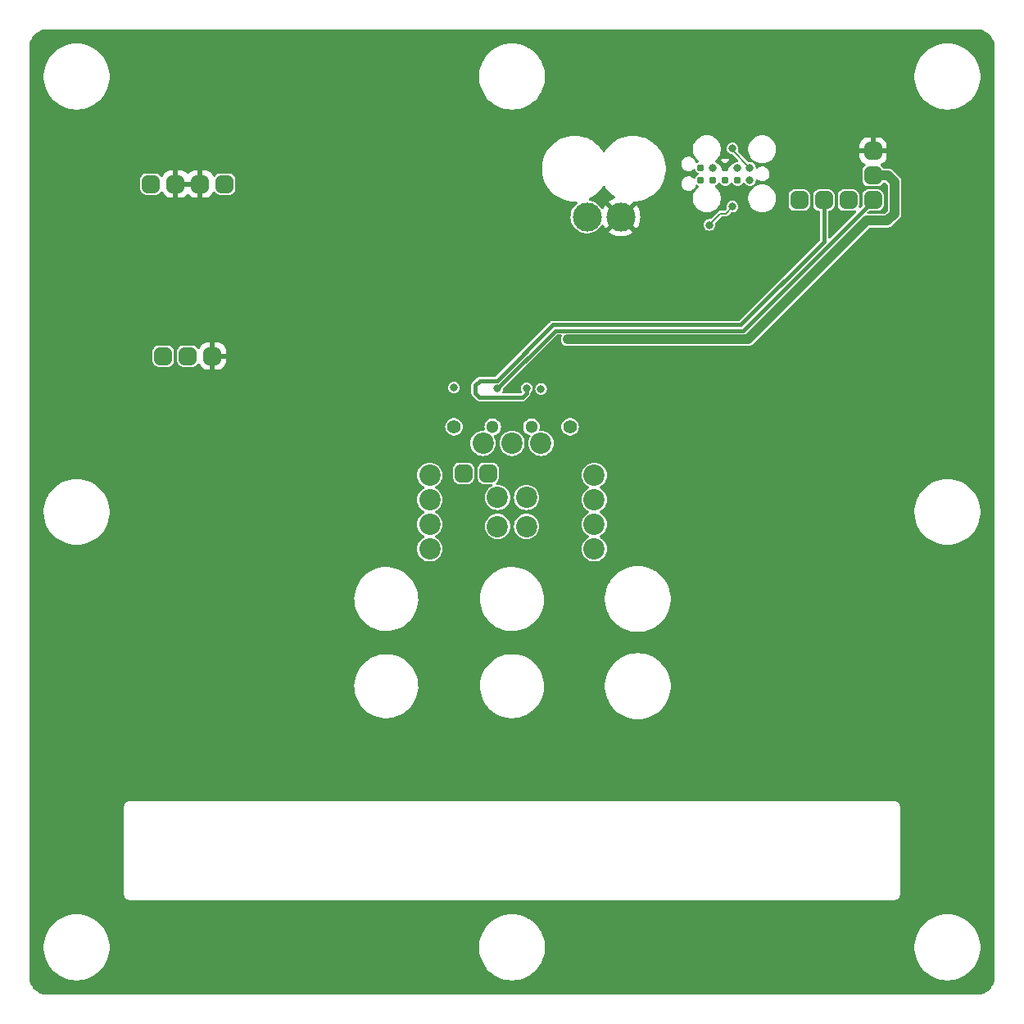
<source format=gbr>
%TF.GenerationSoftware,KiCad,Pcbnew,7.0.2-6a45011f42~172~ubuntu22.04.1*%
%TF.CreationDate,2023-05-30T13:10:43+12:00*%
%TF.ProjectId,THE_BRAWN-20A_LOGIC_FIXTURE,5448455f-4252-4415-974e-2d3230415f4c,v1.0*%
%TF.SameCoordinates,Original*%
%TF.FileFunction,Copper,L1,Top*%
%TF.FilePolarity,Positive*%
%FSLAX46Y46*%
G04 Gerber Fmt 4.6, Leading zero omitted, Abs format (unit mm)*
G04 Created by KiCad (PCBNEW 7.0.2-6a45011f42~172~ubuntu22.04.1) date 2023-05-30 13:10:43*
%MOMM*%
%LPD*%
G01*
G04 APERTURE LIST*
G04 Aperture macros list*
%AMRoundRect*
0 Rectangle with rounded corners*
0 $1 Rounding radius*
0 $2 $3 $4 $5 $6 $7 $8 $9 X,Y pos of 4 corners*
0 Add a 4 corners polygon primitive as box body*
4,1,4,$2,$3,$4,$5,$6,$7,$8,$9,$2,$3,0*
0 Add four circle primitives for the rounded corners*
1,1,$1+$1,$2,$3*
1,1,$1+$1,$4,$5*
1,1,$1+$1,$6,$7*
1,1,$1+$1,$8,$9*
0 Add four rect primitives between the rounded corners*
20,1,$1+$1,$2,$3,$4,$5,0*
20,1,$1+$1,$4,$5,$6,$7,0*
20,1,$1+$1,$6,$7,$8,$9,0*
20,1,$1+$1,$8,$9,$2,$3,0*%
G04 Aperture macros list end*
%TA.AperFunction,ComponentPad*%
%ADD10C,2.200000*%
%TD*%
%TA.AperFunction,ComponentPad*%
%ADD11C,1.400000*%
%TD*%
%TA.AperFunction,ConnectorPad*%
%ADD12C,0.787400*%
%TD*%
%TA.AperFunction,ComponentPad*%
%ADD13C,1.300000*%
%TD*%
%TA.AperFunction,ComponentPad*%
%ADD14RoundRect,0.450000X0.450000X-0.450000X0.450000X0.450000X-0.450000X0.450000X-0.450000X-0.450000X0*%
%TD*%
%TA.AperFunction,ComponentPad*%
%ADD15C,3.000000*%
%TD*%
%TA.AperFunction,ComponentPad*%
%ADD16RoundRect,0.450000X0.450000X0.450000X-0.450000X0.450000X-0.450000X-0.450000X0.450000X-0.450000X0*%
%TD*%
%TA.AperFunction,ViaPad*%
%ADD17C,0.800000*%
%TD*%
%TA.AperFunction,Conductor*%
%ADD18C,0.200000*%
%TD*%
%TA.AperFunction,Conductor*%
%ADD19C,0.400000*%
%TD*%
%TA.AperFunction,Conductor*%
%ADD20C,1.000000*%
%TD*%
G04 APERTURE END LIST*
D10*
%TO.P,TP21,1,1*%
%TO.N,Net-(R15-Pad1)*%
X228500000Y-143820000D03*
%TD*%
%TO.P,TP14,1,1*%
%TO.N,Net-(R12-Pad1)*%
X221500000Y-138500000D03*
%TD*%
%TO.P,TP9,1,1*%
%TO.N,Net-(R6-Pad2)*%
X218500000Y-141500000D03*
%TD*%
%TO.P,TP1,1,1*%
%TO.N,Net-(R1-Pad2)*%
X211500000Y-136200000D03*
%TD*%
%TO.P,TP5,1,1*%
%TO.N,Net-(R3-Pad1)*%
X217000000Y-132900000D03*
%TD*%
D11*
%TO.P,TP12,1,1*%
%TO.N,Net-(R10-Pad1)*%
X226000000Y-131200000D03*
%TD*%
D10*
%TO.P,TP10,1,1*%
%TO.N,Net-(R8-Pad1)*%
X220000000Y-132900000D03*
%TD*%
D12*
%TO.P,N1,1,VCC*%
%TO.N,/3V3*%
X244590000Y-104415000D03*
%TO.P,N1,2,SWDIO*%
%TO.N,/SWDIO*%
X243320000Y-104415000D03*
%TO.P,N1,3,GND*%
%TO.N,/GND*%
X242050000Y-104415000D03*
%TO.P,N1,4,SWCLK*%
%TO.N,/SWDCLK*%
X240780000Y-104415000D03*
%TO.P,N1,5,V_AUX*%
%TO.N,unconnected-(N1-V_AUX-Pad5)*%
X239510000Y-104415000D03*
%TO.P,N1,6,SWO*%
%TO.N,unconnected-(N1-SWO-Pad6)*%
X239510000Y-105685000D03*
%TO.P,N1,7,TX*%
%TO.N,unconnected-(N1-TX-Pad7)*%
X240780000Y-105685000D03*
%TO.P,N1,8,DET*%
%TO.N,unconnected-(N1-DET-Pad8)*%
X242050000Y-105685000D03*
%TO.P,N1,9,RX*%
%TO.N,unconnected-(N1-RX-Pad9)*%
X243320000Y-105685000D03*
%TO.P,N1,10,nRST*%
%TO.N,/nRST*%
X244590000Y-105685000D03*
%TD*%
D10*
%TO.P,TP19,1,1*%
%TO.N,/B_FET_N2_HS*%
X228500000Y-138740000D03*
%TD*%
D13*
%TO.P,TP11,1,1*%
%TO.N,Net-(R9-Pad1)*%
X222000000Y-131200000D03*
%TD*%
D10*
%TO.P,TP18,1,1*%
%TO.N,/B_FET_N1_HS*%
X228500000Y-136200000D03*
%TD*%
%TO.P,TP2,1,1*%
%TO.N,Net-(R2-Pad2)*%
X211500000Y-138740000D03*
%TD*%
D14*
%TO.P,J5,1,1*%
%TO.N,/MOTOR_1+*%
X215000000Y-136000000D03*
%TO.P,J5,2,2*%
%TO.N,/MOTOR_1-*%
X217540000Y-136000000D03*
%TD*%
D13*
%TO.P,TP7,1,1*%
%TO.N,Net-(R7-Pad1)*%
X218000000Y-131200000D03*
%TD*%
D10*
%TO.P,TP13,1,1*%
%TO.N,Net-(R11-Pad1)*%
X223000000Y-132900000D03*
%TD*%
%TO.P,TP20,1,1*%
%TO.N,Net-(R14-Pad1)*%
X228500000Y-141280000D03*
%TD*%
%TO.P,TP3,1,1*%
%TO.N,/A_FET_N2*%
X211500000Y-141280000D03*
%TD*%
D15*
%TO.P,TP17,1,1*%
%TO.N,/GND*%
X231250000Y-109500000D03*
%TD*%
D11*
%TO.P,TP6,1,1*%
%TO.N,Net-(R4-Pad1)*%
X214000000Y-131200000D03*
%TD*%
D10*
%TO.P,TP15,1,1*%
%TO.N,Net-(R13-Pad1)*%
X221500000Y-141500000D03*
%TD*%
D15*
%TO.P,TP16,1,1*%
%TO.N,/BATT+*%
X227750000Y-109500000D03*
%TD*%
D10*
%TO.P,TP8,1,1*%
%TO.N,Net-(R5-Pad2)*%
X218500000Y-138500000D03*
%TD*%
%TO.P,TP4,1,1*%
%TO.N,/A_FET_N1*%
X211500000Y-143820000D03*
%TD*%
D14*
%TO.P,J3,1,1*%
%TO.N,/BATT+*%
X190310000Y-106110000D03*
%TO.P,J3,2,2*%
%TO.N,/GND*%
X187770000Y-106110000D03*
%TO.P,J3,3,3*%
X185230000Y-106110000D03*
%TO.P,J3,4,4*%
%TO.N,/SERVO*%
X182690000Y-106110000D03*
%TD*%
%TO.P,J2,1,1*%
%TO.N,unconnected-(J2-Pad1)*%
X254770000Y-107769500D03*
%TO.P,J2,2,2*%
%TO.N,/INVERT*%
X252230000Y-107769500D03*
%TO.P,J2,3,3*%
%TO.N,unconnected-(J2-Pad3)*%
X249690000Y-107769500D03*
%TD*%
D16*
%TO.P,J1,1,1*%
%TO.N,/GND*%
X257310000Y-102689500D03*
%TO.P,J1,2,2*%
%TO.N,/5V0*%
X257310000Y-105229500D03*
%TO.P,J1,3,3*%
%TO.N,/SIGNAL1*%
X257310000Y-107769500D03*
%TD*%
D14*
%TO.P,J4,1,1*%
%TO.N,/GND*%
X189040000Y-123890000D03*
%TO.P,J4,2,2*%
%TO.N,/5V0*%
X186500000Y-123890000D03*
%TO.P,J4,3,3*%
%TO.N,/SERVO_OUT*%
X183960000Y-123890000D03*
%TD*%
D17*
%TO.N,/GND*%
X179965247Y-157664866D03*
X179965247Y-151314866D03*
X179965247Y-144964866D03*
%TO.N,/BATT+*%
X223000000Y-127275000D03*
%TO.N,/3V3*%
X244590000Y-104415000D03*
X242781950Y-102425000D03*
%TO.N,/nRST*%
X240400000Y-110331622D03*
X244590000Y-105685000D03*
X242775000Y-108450000D03*
%TO.N,/SWDIO*%
X243300000Y-104425000D03*
%TO.N,/SIGNAL1*%
X218500000Y-127225000D03*
%TO.N,/GND*%
X211715247Y-125914866D03*
X224415247Y-157664866D03*
X186315247Y-151314866D03*
X179965247Y-94164866D03*
X186315247Y-164014866D03*
X256165247Y-144964866D03*
X211715247Y-183064866D03*
X186315247Y-113214866D03*
X205365247Y-144964866D03*
X192665247Y-125914866D03*
X237115247Y-183064866D03*
X192665247Y-100514866D03*
X249815247Y-94164866D03*
X205365247Y-100514866D03*
X179965247Y-164014866D03*
X179965247Y-100514866D03*
X179965247Y-125914866D03*
X173615247Y-132264866D03*
X205365247Y-164014866D03*
X226000000Y-127225000D03*
X173615247Y-106864866D03*
X211715247Y-119564866D03*
X199015247Y-164014866D03*
X230765247Y-164014866D03*
X173615247Y-164014866D03*
X199015247Y-100514866D03*
X205365247Y-183064866D03*
X173615247Y-113214866D03*
X262515247Y-144964866D03*
X211715247Y-164014866D03*
X173615247Y-100514866D03*
X199015247Y-113214866D03*
X173615247Y-170364866D03*
X230765247Y-144964866D03*
X230765247Y-94164866D03*
X186315247Y-119564866D03*
X186315247Y-100514866D03*
X262515247Y-157664866D03*
X262515247Y-176714866D03*
X205365247Y-113214866D03*
X243465247Y-132264866D03*
X186315247Y-138614866D03*
X205365247Y-125914866D03*
X230765247Y-113214866D03*
X186315247Y-144964866D03*
X243465247Y-100514866D03*
X218065247Y-164014866D03*
X249815247Y-151314866D03*
X218065247Y-106864866D03*
X199015247Y-183064866D03*
X224415247Y-183064866D03*
X243465247Y-138614866D03*
X237115247Y-113214866D03*
X179965247Y-138614866D03*
X218065247Y-144964866D03*
X186315247Y-100514866D03*
X211715247Y-151314866D03*
X205365247Y-106864866D03*
X199015247Y-151314866D03*
X211715247Y-106864866D03*
X205365247Y-94164866D03*
X224415247Y-144964866D03*
X243465247Y-157664866D03*
X192665247Y-113214866D03*
X243465247Y-151314866D03*
X237115247Y-164014866D03*
X262515247Y-132264866D03*
X243375000Y-106875000D03*
X242050000Y-104400000D03*
X256165247Y-100514866D03*
X230765247Y-138614866D03*
X192665247Y-151314866D03*
X205365247Y-119564866D03*
X192665247Y-132264866D03*
X262515247Y-170364866D03*
X237115247Y-138614866D03*
X230765247Y-183064866D03*
X192665247Y-183064866D03*
X249815247Y-132264866D03*
X237115247Y-151314866D03*
X249815247Y-164014866D03*
X218122904Y-125622904D03*
X211715247Y-100514866D03*
X262515247Y-151314866D03*
X262515247Y-113214866D03*
X199015247Y-138614866D03*
X192665247Y-138614866D03*
X243465247Y-183064866D03*
X243465247Y-119564866D03*
X243465247Y-164014866D03*
X199015247Y-106864866D03*
X192665247Y-144964866D03*
X186315247Y-157664866D03*
X230765247Y-100514866D03*
X230765247Y-125914866D03*
X262515247Y-164014866D03*
X224415247Y-113214866D03*
X179965247Y-119564866D03*
X192665247Y-119564866D03*
X262515247Y-125914866D03*
X173615247Y-144964866D03*
X237115247Y-132264866D03*
X186315247Y-132264866D03*
X218065247Y-113214866D03*
X179965247Y-132264866D03*
X242082450Y-101250000D03*
X192665247Y-94164866D03*
X237115247Y-119564866D03*
X218065247Y-100514866D03*
X256165247Y-119564866D03*
X244000000Y-108450000D03*
X256165247Y-151314866D03*
X211715247Y-113214866D03*
X224584901Y-132286490D03*
X249815247Y-144964866D03*
X224415247Y-151314866D03*
X192665247Y-164014866D03*
X173615247Y-151314866D03*
X224415247Y-164014866D03*
X249815247Y-138614866D03*
X230765247Y-119564866D03*
X205365247Y-132264866D03*
X237115247Y-144964866D03*
X199015247Y-157664866D03*
X243465247Y-113214866D03*
X249815247Y-100514866D03*
X173615247Y-119564866D03*
X186315247Y-183064866D03*
X246697950Y-105925000D03*
X249815247Y-125914866D03*
X256165247Y-157664866D03*
X179965247Y-113214866D03*
X256165247Y-183064866D03*
X199015247Y-132264866D03*
X173615247Y-125914866D03*
X256165247Y-138614866D03*
X256165247Y-132264866D03*
X199015247Y-94164866D03*
X211715247Y-157664866D03*
X173615247Y-176714866D03*
X220000000Y-127225000D03*
X186315247Y-94164866D03*
X186315247Y-113214866D03*
X179965247Y-183064866D03*
X262515247Y-100514866D03*
X186315247Y-119564866D03*
X224415247Y-125914866D03*
X237115247Y-100514866D03*
X192665247Y-157664866D03*
X199015247Y-119564866D03*
X262515247Y-119564866D03*
X218065247Y-119564866D03*
X256165247Y-113214866D03*
X211715247Y-132264866D03*
X237115247Y-94164866D03*
X256165247Y-164014866D03*
X199015247Y-144964866D03*
X205365247Y-138614866D03*
X243465247Y-94164866D03*
X249815247Y-157664866D03*
X256165247Y-125914866D03*
X192665247Y-106864866D03*
X262515247Y-106864866D03*
X243465247Y-144964866D03*
X224415247Y-100514866D03*
X179965247Y-106864866D03*
X230765247Y-132264866D03*
X237115247Y-157664866D03*
X199015247Y-125914866D03*
X211715247Y-94164866D03*
X249815247Y-119564866D03*
X249815247Y-183064866D03*
X173615247Y-157664866D03*
X249815247Y-113214866D03*
X256165247Y-94164866D03*
X246697950Y-104200000D03*
X237115247Y-125914866D03*
X243465247Y-125914866D03*
X224415247Y-119564866D03*
%TO.N,/INVERT*%
X221500000Y-127225000D03*
%TO.N,/SWDCLK*%
X240775000Y-104425000D03*
%TO.N,/MOTOR_1+*%
X214000000Y-127150000D03*
%TO.N,/5V0*%
X225750000Y-122150000D03*
%TD*%
D18*
%TO.N,/3V3*%
X242781950Y-102425000D02*
X242781950Y-102606950D01*
X242781950Y-102606950D02*
X244590000Y-104415000D01*
%TO.N,/nRST*%
X240400000Y-110275000D02*
X241525000Y-109150000D01*
X244575000Y-105700000D02*
X244590000Y-105685000D01*
X242075000Y-109150000D02*
X242775000Y-108450000D01*
X240400000Y-110331622D02*
X240400000Y-110275000D01*
X241525000Y-109150000D02*
X242075000Y-109150000D01*
D19*
%TO.N,/SIGNAL1*%
X243898528Y-121250000D02*
X257310000Y-107838528D01*
X218500000Y-127225000D02*
X224475000Y-121250000D01*
X224475000Y-121250000D02*
X243898528Y-121250000D01*
X257310000Y-107838528D02*
X257310000Y-107769500D01*
%TO.N,/INVERT*%
X252250000Y-107789500D02*
X252230000Y-107769500D01*
X252250000Y-112050000D02*
X252250000Y-107789500D01*
X216650000Y-128150000D02*
X216200000Y-127700000D01*
X243650000Y-120650000D02*
X252250000Y-112050000D01*
X221500000Y-127750000D02*
X221100000Y-128150000D01*
X216200000Y-126893629D02*
X216668629Y-126425000D01*
X216668629Y-126425000D02*
X218451472Y-126425000D01*
X221100000Y-128150000D02*
X216650000Y-128150000D01*
X221500000Y-127100000D02*
X221500000Y-127225000D01*
X224226472Y-120650000D02*
X243650000Y-120650000D01*
X216200000Y-127700000D02*
X216200000Y-126893629D01*
X221500000Y-127225000D02*
X221500000Y-127750000D01*
X218451472Y-126425000D02*
X224226472Y-120650000D01*
D20*
%TO.N,/5V0*%
X225750000Y-122150000D02*
X244400000Y-122150000D01*
X244400000Y-122150000D02*
X256650000Y-109900000D01*
X258800000Y-109900000D02*
X259550000Y-109150000D01*
X258879500Y-105229500D02*
X257310000Y-105229500D01*
X259550000Y-105900000D02*
X258879500Y-105229500D01*
X259550000Y-109150000D02*
X259550000Y-105900000D01*
X256650000Y-109900000D02*
X258800000Y-109900000D01*
%TD*%
%TA.AperFunction,Conductor*%
%TO.N,/GND*%
G36*
X229579662Y-106281555D02*
G01*
X229607963Y-106314216D01*
X229677925Y-106430494D01*
X229681310Y-106436119D01*
X229904462Y-106729670D01*
X229906813Y-106732152D01*
X229906814Y-106732153D01*
X230155698Y-106994897D01*
X230155703Y-106994902D01*
X230158044Y-106997373D01*
X230439083Y-107236090D01*
X230637849Y-107370857D01*
X230683007Y-107425641D01*
X230691377Y-107496143D01*
X230660303Y-107559978D01*
X230601135Y-107596473D01*
X230580139Y-107602355D01*
X230572039Y-107605235D01*
X230327981Y-107711245D01*
X230320352Y-107715197D01*
X230092997Y-107853454D01*
X230085983Y-107858405D01*
X230020715Y-107911504D01*
X230020714Y-107911505D01*
X230928201Y-108818992D01*
X230911109Y-108825213D01*
X230764627Y-108921555D01*
X230644312Y-109049082D01*
X230569482Y-109178691D01*
X229660541Y-108269750D01*
X229532796Y-108450724D01*
X229528339Y-108458056D01*
X229437317Y-108633719D01*
X229388218Y-108685000D01*
X229319188Y-108701595D01*
X229252144Y-108678235D01*
X229216325Y-108638749D01*
X229158962Y-108539393D01*
X229158961Y-108539392D01*
X229158959Y-108539388D01*
X229000050Y-108340123D01*
X228813217Y-108166768D01*
X228813214Y-108166766D01*
X228813212Y-108166764D01*
X228602634Y-108023195D01*
X228373004Y-107912610D01*
X228129461Y-107837488D01*
X228129458Y-107837487D01*
X228026240Y-107821929D01*
X227961864Y-107791998D01*
X227923887Y-107732012D01*
X227924370Y-107661017D01*
X227963159Y-107601553D01*
X227985996Y-107586018D01*
X228255716Y-107443022D01*
X228560917Y-107236090D01*
X228841956Y-106997373D01*
X229095538Y-106729670D01*
X229318690Y-106436119D01*
X229392036Y-106314215D01*
X229444293Y-106266159D01*
X229514238Y-106253983D01*
X229579662Y-106281555D01*
G37*
%TD.AperFunction*%
%TA.AperFunction,Conductor*%
G36*
X187310507Y-105900156D02*
G01*
X187270000Y-106038111D01*
X187270000Y-106181889D01*
X187310507Y-106319844D01*
X187338884Y-106364000D01*
X185661116Y-106364000D01*
X185689493Y-106319844D01*
X185730000Y-106181889D01*
X185730000Y-106038111D01*
X185689493Y-105900156D01*
X185661116Y-105856000D01*
X187338884Y-105856000D01*
X187310507Y-105900156D01*
G37*
%TD.AperFunction*%
%TA.AperFunction,Conductor*%
G36*
X268004119Y-90100770D02*
G01*
X268016905Y-90101608D01*
X268239699Y-90116210D01*
X268256022Y-90118358D01*
X268483539Y-90163615D01*
X268499442Y-90167876D01*
X268719095Y-90242439D01*
X268734302Y-90248738D01*
X268942351Y-90351336D01*
X268956608Y-90359567D01*
X269149478Y-90488438D01*
X269162543Y-90498463D01*
X269336946Y-90651411D01*
X269348588Y-90663053D01*
X269501532Y-90837451D01*
X269511565Y-90850527D01*
X269640427Y-91043383D01*
X269648668Y-91057657D01*
X269751257Y-91265687D01*
X269757564Y-91280914D01*
X269832120Y-91500549D01*
X269836386Y-91516468D01*
X269881639Y-91743967D01*
X269883790Y-91760308D01*
X269899230Y-91995880D01*
X269899500Y-92004121D01*
X269899500Y-187995878D01*
X269899230Y-188004119D01*
X269883790Y-188239691D01*
X269881639Y-188256032D01*
X269836386Y-188483531D01*
X269832120Y-188499450D01*
X269757564Y-188719085D01*
X269751257Y-188734312D01*
X269648668Y-188942342D01*
X269640427Y-188956616D01*
X269511565Y-189149472D01*
X269501532Y-189162548D01*
X269348594Y-189336940D01*
X269336940Y-189348594D01*
X269162548Y-189501532D01*
X269149472Y-189511565D01*
X268956616Y-189640427D01*
X268942342Y-189648668D01*
X268734312Y-189751257D01*
X268719085Y-189757564D01*
X268499450Y-189832120D01*
X268483531Y-189836386D01*
X268256032Y-189881639D01*
X268239691Y-189883790D01*
X268004120Y-189899230D01*
X267995879Y-189899500D01*
X172004121Y-189899500D01*
X171995880Y-189899230D01*
X171760308Y-189883790D01*
X171743967Y-189881639D01*
X171516468Y-189836386D01*
X171500549Y-189832120D01*
X171280914Y-189757564D01*
X171265687Y-189751257D01*
X171263643Y-189750249D01*
X171057653Y-189648666D01*
X171043387Y-189640429D01*
X170850524Y-189511562D01*
X170837451Y-189501532D01*
X170707911Y-189387928D01*
X170663053Y-189348588D01*
X170651411Y-189336946D01*
X170498463Y-189162543D01*
X170488438Y-189149478D01*
X170359567Y-188956608D01*
X170351336Y-188942351D01*
X170248738Y-188734302D01*
X170242439Y-188719095D01*
X170167876Y-188499442D01*
X170163615Y-188483539D01*
X170118358Y-188256022D01*
X170116210Y-188239701D01*
X170100768Y-188004089D01*
X170100500Y-187995902D01*
X170100500Y-187973071D01*
X170100500Y-185184370D01*
X171599500Y-185184370D01*
X171599868Y-185187757D01*
X171599869Y-185187768D01*
X171638092Y-185539220D01*
X171639368Y-185550948D01*
X171640100Y-185554275D01*
X171640101Y-185554279D01*
X171717901Y-185907730D01*
X171717904Y-185907741D01*
X171718636Y-185911066D01*
X171836375Y-186260503D01*
X171991205Y-186595162D01*
X172181310Y-186911119D01*
X172404462Y-187204670D01*
X172406813Y-187207152D01*
X172406814Y-187207153D01*
X172655698Y-187469897D01*
X172655703Y-187469902D01*
X172658044Y-187472373D01*
X172939083Y-187711090D01*
X173244284Y-187918022D01*
X173570070Y-188090743D01*
X173912621Y-188227227D01*
X174267919Y-188325875D01*
X174631801Y-188385531D01*
X174907890Y-188400500D01*
X174909610Y-188400500D01*
X175090390Y-188400500D01*
X175092110Y-188400500D01*
X175368199Y-188385531D01*
X175732081Y-188325875D01*
X176087379Y-188227227D01*
X176429930Y-188090743D01*
X176755716Y-187918022D01*
X177060917Y-187711090D01*
X177341956Y-187472373D01*
X177595538Y-187204670D01*
X177818690Y-186911119D01*
X178008795Y-186595162D01*
X178163625Y-186260503D01*
X178281364Y-185911066D01*
X178360632Y-185550948D01*
X178400500Y-185184370D01*
X216599500Y-185184370D01*
X216599868Y-185187757D01*
X216599869Y-185187768D01*
X216638092Y-185539220D01*
X216639368Y-185550948D01*
X216640100Y-185554275D01*
X216640101Y-185554279D01*
X216717901Y-185907730D01*
X216717904Y-185907741D01*
X216718636Y-185911066D01*
X216836375Y-186260503D01*
X216991205Y-186595162D01*
X217181310Y-186911119D01*
X217404462Y-187204670D01*
X217406813Y-187207152D01*
X217406814Y-187207153D01*
X217655698Y-187469897D01*
X217655703Y-187469902D01*
X217658044Y-187472373D01*
X217939083Y-187711090D01*
X218244284Y-187918022D01*
X218570070Y-188090743D01*
X218912621Y-188227227D01*
X219267919Y-188325875D01*
X219631801Y-188385531D01*
X219907890Y-188400500D01*
X219909610Y-188400500D01*
X220090390Y-188400500D01*
X220092110Y-188400500D01*
X220368199Y-188385531D01*
X220732081Y-188325875D01*
X221087379Y-188227227D01*
X221429930Y-188090743D01*
X221755716Y-187918022D01*
X222060917Y-187711090D01*
X222341956Y-187472373D01*
X222595538Y-187204670D01*
X222818690Y-186911119D01*
X223008795Y-186595162D01*
X223163625Y-186260503D01*
X223281364Y-185911066D01*
X223360632Y-185550948D01*
X223400500Y-185184370D01*
X261599500Y-185184370D01*
X261599868Y-185187757D01*
X261599869Y-185187768D01*
X261638092Y-185539220D01*
X261639368Y-185550948D01*
X261640100Y-185554275D01*
X261640101Y-185554279D01*
X261717901Y-185907730D01*
X261717904Y-185907741D01*
X261718636Y-185911066D01*
X261836375Y-186260503D01*
X261991205Y-186595162D01*
X262181310Y-186911119D01*
X262404462Y-187204670D01*
X262406813Y-187207152D01*
X262406814Y-187207153D01*
X262655698Y-187469897D01*
X262655703Y-187469902D01*
X262658044Y-187472373D01*
X262939083Y-187711090D01*
X263244284Y-187918022D01*
X263570070Y-188090743D01*
X263912621Y-188227227D01*
X264267919Y-188325875D01*
X264631801Y-188385531D01*
X264907890Y-188400500D01*
X264909610Y-188400500D01*
X265090390Y-188400500D01*
X265092110Y-188400500D01*
X265368199Y-188385531D01*
X265732081Y-188325875D01*
X266087379Y-188227227D01*
X266429930Y-188090743D01*
X266755716Y-187918022D01*
X267060917Y-187711090D01*
X267341956Y-187472373D01*
X267595538Y-187204670D01*
X267818690Y-186911119D01*
X268008795Y-186595162D01*
X268163625Y-186260503D01*
X268281364Y-185911066D01*
X268360632Y-185550948D01*
X268400500Y-185184370D01*
X268400500Y-184815630D01*
X268360632Y-184449052D01*
X268281364Y-184088934D01*
X268163625Y-183739497D01*
X268008795Y-183404838D01*
X267818690Y-183088881D01*
X267595538Y-182795330D01*
X267581231Y-182780227D01*
X267344301Y-182530102D01*
X267344295Y-182530096D01*
X267341956Y-182527627D01*
X267060917Y-182288910D01*
X267004169Y-182250434D01*
X266758538Y-182083891D01*
X266758533Y-182083888D01*
X266755716Y-182081978D01*
X266715275Y-182060537D01*
X266432941Y-181910853D01*
X266432936Y-181910850D01*
X266429930Y-181909257D01*
X266426763Y-181907995D01*
X266090548Y-181774035D01*
X266090537Y-181774031D01*
X266087379Y-181772773D01*
X266084098Y-181771862D01*
X266084092Y-181771860D01*
X265735375Y-181675039D01*
X265735365Y-181675036D01*
X265732081Y-181674125D01*
X265728722Y-181673574D01*
X265728707Y-181673571D01*
X265371576Y-181615022D01*
X265371564Y-181615020D01*
X265368199Y-181614469D01*
X265364789Y-181614284D01*
X265364779Y-181614283D01*
X265093831Y-181599593D01*
X265093819Y-181599592D01*
X265092110Y-181599500D01*
X264907890Y-181599500D01*
X264906181Y-181599592D01*
X264906168Y-181599593D01*
X264635220Y-181614283D01*
X264635208Y-181614284D01*
X264631801Y-181614469D01*
X264628437Y-181615020D01*
X264628423Y-181615022D01*
X264271292Y-181673571D01*
X264271273Y-181673574D01*
X264267919Y-181674125D01*
X264264638Y-181675035D01*
X264264624Y-181675039D01*
X263915907Y-181771860D01*
X263915896Y-181771863D01*
X263912621Y-181772773D01*
X263909467Y-181774029D01*
X263909451Y-181774035D01*
X263573236Y-181907995D01*
X263573227Y-181907999D01*
X263570070Y-181909257D01*
X263567070Y-181910847D01*
X263567058Y-181910853D01*
X263247301Y-182080378D01*
X263247294Y-182080382D01*
X263244284Y-182081978D01*
X263241474Y-182083882D01*
X263241461Y-182083891D01*
X262941908Y-182286994D01*
X262941900Y-182286999D01*
X262939083Y-182288910D01*
X262936483Y-182291118D01*
X262936477Y-182291123D01*
X262660640Y-182525421D01*
X262660630Y-182525430D01*
X262658044Y-182527627D01*
X262655713Y-182530087D01*
X262655698Y-182530102D01*
X262406814Y-182792846D01*
X262406805Y-182792855D01*
X262404462Y-182795330D01*
X262402395Y-182798048D01*
X262402395Y-182798049D01*
X262183380Y-183086157D01*
X262183373Y-183086165D01*
X262181310Y-183088881D01*
X262179552Y-183091801D01*
X262179545Y-183091813D01*
X261992966Y-183401911D01*
X261991205Y-183404838D01*
X261989775Y-183407928D01*
X261989768Y-183407942D01*
X261837808Y-183736398D01*
X261837803Y-183736409D01*
X261836375Y-183739497D01*
X261835289Y-183742719D01*
X261835285Y-183742730D01*
X261719726Y-184085697D01*
X261719722Y-184085708D01*
X261718636Y-184088934D01*
X261717905Y-184092253D01*
X261717901Y-184092269D01*
X261640101Y-184445720D01*
X261639368Y-184449052D01*
X261638999Y-184452442D01*
X261638999Y-184452444D01*
X261599869Y-184812231D01*
X261599868Y-184812243D01*
X261599500Y-184815630D01*
X261599500Y-185184370D01*
X223400500Y-185184370D01*
X223400500Y-184815630D01*
X223360632Y-184449052D01*
X223281364Y-184088934D01*
X223163625Y-183739497D01*
X223008795Y-183404838D01*
X222818690Y-183088881D01*
X222595538Y-182795330D01*
X222581231Y-182780227D01*
X222344301Y-182530102D01*
X222344295Y-182530096D01*
X222341956Y-182527627D01*
X222060917Y-182288910D01*
X222004169Y-182250434D01*
X221758538Y-182083891D01*
X221758533Y-182083888D01*
X221755716Y-182081978D01*
X221715275Y-182060537D01*
X221432941Y-181910853D01*
X221432936Y-181910850D01*
X221429930Y-181909257D01*
X221426763Y-181907995D01*
X221090548Y-181774035D01*
X221090537Y-181774031D01*
X221087379Y-181772773D01*
X221084098Y-181771862D01*
X221084092Y-181771860D01*
X220735375Y-181675039D01*
X220735365Y-181675036D01*
X220732081Y-181674125D01*
X220728722Y-181673574D01*
X220728707Y-181673571D01*
X220371576Y-181615022D01*
X220371564Y-181615020D01*
X220368199Y-181614469D01*
X220364789Y-181614284D01*
X220364779Y-181614283D01*
X220093831Y-181599593D01*
X220093819Y-181599592D01*
X220092110Y-181599500D01*
X219907890Y-181599500D01*
X219906181Y-181599592D01*
X219906168Y-181599593D01*
X219635220Y-181614283D01*
X219635208Y-181614284D01*
X219631801Y-181614469D01*
X219628437Y-181615020D01*
X219628423Y-181615022D01*
X219271292Y-181673571D01*
X219271273Y-181673574D01*
X219267919Y-181674125D01*
X219264638Y-181675035D01*
X219264624Y-181675039D01*
X218915907Y-181771860D01*
X218915896Y-181771863D01*
X218912621Y-181772773D01*
X218909467Y-181774029D01*
X218909451Y-181774035D01*
X218573236Y-181907995D01*
X218573227Y-181907999D01*
X218570070Y-181909257D01*
X218567070Y-181910847D01*
X218567058Y-181910853D01*
X218247301Y-182080378D01*
X218247294Y-182080382D01*
X218244284Y-182081978D01*
X218241474Y-182083882D01*
X218241461Y-182083891D01*
X217941908Y-182286994D01*
X217941900Y-182286999D01*
X217939083Y-182288910D01*
X217936483Y-182291118D01*
X217936477Y-182291123D01*
X217660640Y-182525421D01*
X217660630Y-182525430D01*
X217658044Y-182527627D01*
X217655713Y-182530087D01*
X217655698Y-182530102D01*
X217406814Y-182792846D01*
X217406805Y-182792855D01*
X217404462Y-182795330D01*
X217402395Y-182798048D01*
X217402395Y-182798049D01*
X217183380Y-183086157D01*
X217183373Y-183086165D01*
X217181310Y-183088881D01*
X217179552Y-183091801D01*
X217179545Y-183091813D01*
X216992966Y-183401911D01*
X216991205Y-183404838D01*
X216989775Y-183407928D01*
X216989768Y-183407942D01*
X216837808Y-183736398D01*
X216837803Y-183736409D01*
X216836375Y-183739497D01*
X216835289Y-183742719D01*
X216835285Y-183742730D01*
X216719726Y-184085697D01*
X216719722Y-184085708D01*
X216718636Y-184088934D01*
X216717905Y-184092253D01*
X216717901Y-184092269D01*
X216640101Y-184445720D01*
X216639368Y-184449052D01*
X216638999Y-184452442D01*
X216638999Y-184452444D01*
X216599869Y-184812231D01*
X216599868Y-184812243D01*
X216599500Y-184815630D01*
X216599500Y-185184370D01*
X178400500Y-185184370D01*
X178400500Y-184815630D01*
X178360632Y-184449052D01*
X178281364Y-184088934D01*
X178163625Y-183739497D01*
X178008795Y-183404838D01*
X177818690Y-183088881D01*
X177595538Y-182795330D01*
X177581231Y-182780227D01*
X177344301Y-182530102D01*
X177344295Y-182530096D01*
X177341956Y-182527627D01*
X177060917Y-182288910D01*
X177004169Y-182250434D01*
X176758538Y-182083891D01*
X176758533Y-182083888D01*
X176755716Y-182081978D01*
X176715275Y-182060537D01*
X176432941Y-181910853D01*
X176432936Y-181910850D01*
X176429930Y-181909257D01*
X176426763Y-181907995D01*
X176090548Y-181774035D01*
X176090537Y-181774031D01*
X176087379Y-181772773D01*
X176084098Y-181771862D01*
X176084092Y-181771860D01*
X175735375Y-181675039D01*
X175735365Y-181675036D01*
X175732081Y-181674125D01*
X175728722Y-181673574D01*
X175728707Y-181673571D01*
X175371576Y-181615022D01*
X175371564Y-181615020D01*
X175368199Y-181614469D01*
X175364789Y-181614284D01*
X175364779Y-181614283D01*
X175093831Y-181599593D01*
X175093819Y-181599592D01*
X175092110Y-181599500D01*
X174907890Y-181599500D01*
X174906181Y-181599592D01*
X174906168Y-181599593D01*
X174635220Y-181614283D01*
X174635208Y-181614284D01*
X174631801Y-181614469D01*
X174628437Y-181615020D01*
X174628423Y-181615022D01*
X174271292Y-181673571D01*
X174271273Y-181673574D01*
X174267919Y-181674125D01*
X174264638Y-181675035D01*
X174264624Y-181675039D01*
X173915907Y-181771860D01*
X173915896Y-181771863D01*
X173912621Y-181772773D01*
X173909467Y-181774029D01*
X173909451Y-181774035D01*
X173573236Y-181907995D01*
X173573227Y-181907999D01*
X173570070Y-181909257D01*
X173567070Y-181910847D01*
X173567058Y-181910853D01*
X173247301Y-182080378D01*
X173247294Y-182080382D01*
X173244284Y-182081978D01*
X173241474Y-182083882D01*
X173241461Y-182083891D01*
X172941908Y-182286994D01*
X172941900Y-182286999D01*
X172939083Y-182288910D01*
X172936483Y-182291118D01*
X172936477Y-182291123D01*
X172660640Y-182525421D01*
X172660630Y-182525430D01*
X172658044Y-182527627D01*
X172655713Y-182530087D01*
X172655698Y-182530102D01*
X172406814Y-182792846D01*
X172406805Y-182792855D01*
X172404462Y-182795330D01*
X172402395Y-182798048D01*
X172402395Y-182798049D01*
X172183380Y-183086157D01*
X172183373Y-183086165D01*
X172181310Y-183088881D01*
X172179552Y-183091801D01*
X172179545Y-183091813D01*
X171992966Y-183401911D01*
X171991205Y-183404838D01*
X171989775Y-183407928D01*
X171989768Y-183407942D01*
X171837808Y-183736398D01*
X171837803Y-183736409D01*
X171836375Y-183739497D01*
X171835289Y-183742719D01*
X171835285Y-183742730D01*
X171719726Y-184085697D01*
X171719722Y-184085708D01*
X171718636Y-184088934D01*
X171717905Y-184092253D01*
X171717901Y-184092269D01*
X171640101Y-184445720D01*
X171639368Y-184449052D01*
X171638999Y-184452442D01*
X171638999Y-184452444D01*
X171599869Y-184812231D01*
X171599868Y-184812243D01*
X171599500Y-184815630D01*
X171599500Y-185184370D01*
X170100500Y-185184370D01*
X170100500Y-179567659D01*
X179899500Y-179567659D01*
X179929610Y-179699587D01*
X179958967Y-179760547D01*
X179988325Y-179821507D01*
X180072695Y-179927305D01*
X180178493Y-180011675D01*
X180300412Y-180070389D01*
X180432340Y-180100500D01*
X259567660Y-180100500D01*
X259699588Y-180070389D01*
X259821507Y-180011675D01*
X259927305Y-179927305D01*
X260011675Y-179821507D01*
X260070389Y-179699588D01*
X260100500Y-179567660D01*
X260100500Y-179500000D01*
X260100500Y-179473071D01*
X260100500Y-170484083D01*
X260100500Y-170432340D01*
X260070389Y-170300412D01*
X260011675Y-170178493D01*
X259927305Y-170072695D01*
X259821507Y-169988325D01*
X259760547Y-169958968D01*
X259699587Y-169929610D01*
X259567660Y-169899500D01*
X259515917Y-169899500D01*
X180526929Y-169899500D01*
X180500000Y-169899500D01*
X180432340Y-169899500D01*
X180300412Y-169929610D01*
X180178491Y-169988326D01*
X180072695Y-170072695D01*
X179988326Y-170178491D01*
X179929610Y-170300412D01*
X179899500Y-170432340D01*
X179899500Y-179567659D01*
X170100500Y-179567659D01*
X170100500Y-157908919D01*
X203695736Y-157908919D01*
X203695831Y-157912375D01*
X203695831Y-157912386D01*
X203703329Y-158184370D01*
X203705771Y-158272968D01*
X203706247Y-158276407D01*
X203706248Y-158276408D01*
X203744779Y-158554279D01*
X203755793Y-158633703D01*
X203756644Y-158637066D01*
X203756647Y-158637078D01*
X203844341Y-158983370D01*
X203845196Y-158986746D01*
X203846411Y-158989991D01*
X203846416Y-158990007D01*
X203971673Y-159324552D01*
X203972894Y-159327812D01*
X203974461Y-159330908D01*
X203974463Y-159330913D01*
X204135764Y-159649652D01*
X204135769Y-159649661D01*
X204137337Y-159652759D01*
X204139237Y-159655668D01*
X204139241Y-159655674D01*
X204240554Y-159810745D01*
X204336528Y-159957645D01*
X204568051Y-160238767D01*
X204570538Y-160241186D01*
X204808184Y-160472373D01*
X204829094Y-160492714D01*
X204831836Y-160494848D01*
X205112124Y-160713005D01*
X205116489Y-160716402D01*
X205426747Y-160907117D01*
X205756102Y-161062544D01*
X206100557Y-161180795D01*
X206455929Y-161260436D01*
X206817906Y-161300500D01*
X206821388Y-161300500D01*
X207089250Y-161300500D01*
X207090972Y-161300500D01*
X207363634Y-161285457D01*
X207722855Y-161225513D01*
X208073300Y-161126417D01*
X208410718Y-160989370D01*
X208731011Y-160816036D01*
X209030292Y-160608519D01*
X209304928Y-160369338D01*
X209551585Y-160101397D01*
X209767270Y-159807948D01*
X209949363Y-159492552D01*
X210095656Y-159159039D01*
X210204371Y-158811457D01*
X210274190Y-158454025D01*
X210304264Y-158091081D01*
X210299243Y-157908919D01*
X216695736Y-157908919D01*
X216695831Y-157912375D01*
X216695831Y-157912386D01*
X216703329Y-158184370D01*
X216705771Y-158272968D01*
X216706247Y-158276407D01*
X216706248Y-158276408D01*
X216744779Y-158554279D01*
X216755793Y-158633703D01*
X216756644Y-158637066D01*
X216756647Y-158637078D01*
X216844341Y-158983370D01*
X216845196Y-158986746D01*
X216846411Y-158989991D01*
X216846416Y-158990007D01*
X216971673Y-159324552D01*
X216972894Y-159327812D01*
X216974461Y-159330908D01*
X216974463Y-159330913D01*
X217135764Y-159649652D01*
X217135769Y-159649661D01*
X217137337Y-159652759D01*
X217139237Y-159655668D01*
X217139241Y-159655674D01*
X217240554Y-159810745D01*
X217336528Y-159957645D01*
X217568051Y-160238767D01*
X217570538Y-160241186D01*
X217808184Y-160472373D01*
X217829094Y-160492714D01*
X217831836Y-160494848D01*
X218112124Y-160713005D01*
X218116489Y-160716402D01*
X218426747Y-160907117D01*
X218756102Y-161062544D01*
X219100557Y-161180795D01*
X219455929Y-161260436D01*
X219817906Y-161300500D01*
X219821388Y-161300500D01*
X220089250Y-161300500D01*
X220090972Y-161300500D01*
X220363634Y-161285457D01*
X220722855Y-161225513D01*
X221073300Y-161126417D01*
X221410718Y-160989370D01*
X221731011Y-160816036D01*
X222030292Y-160608519D01*
X222304928Y-160369338D01*
X222551585Y-160101397D01*
X222767270Y-159807948D01*
X222949363Y-159492552D01*
X223095656Y-159159039D01*
X223204371Y-158811457D01*
X223274190Y-158454025D01*
X223296534Y-158184370D01*
X229599500Y-158184370D01*
X229599868Y-158187757D01*
X229599869Y-158187768D01*
X229628450Y-158450561D01*
X229639368Y-158550948D01*
X229640100Y-158554275D01*
X229640101Y-158554279D01*
X229717901Y-158907730D01*
X229717904Y-158907741D01*
X229718636Y-158911066D01*
X229719724Y-158914296D01*
X229719726Y-158914302D01*
X229802187Y-159159039D01*
X229836375Y-159260503D01*
X229837806Y-159263596D01*
X229837808Y-159263601D01*
X229945124Y-159495561D01*
X229991205Y-159595162D01*
X230181310Y-159911119D01*
X230404462Y-160204670D01*
X230406813Y-160207152D01*
X230406814Y-160207153D01*
X230655698Y-160469897D01*
X230655703Y-160469902D01*
X230658044Y-160472373D01*
X230939083Y-160711090D01*
X231244284Y-160918022D01*
X231570070Y-161090743D01*
X231912621Y-161227227D01*
X232267919Y-161325875D01*
X232631801Y-161385531D01*
X232907890Y-161400500D01*
X232909610Y-161400500D01*
X233090390Y-161400500D01*
X233092110Y-161400500D01*
X233368199Y-161385531D01*
X233732081Y-161325875D01*
X234087379Y-161227227D01*
X234429930Y-161090743D01*
X234755716Y-160918022D01*
X235060917Y-160711090D01*
X235341956Y-160472373D01*
X235595538Y-160204670D01*
X235818690Y-159911119D01*
X236008795Y-159595162D01*
X236163625Y-159260503D01*
X236281364Y-158911066D01*
X236360632Y-158550948D01*
X236400500Y-158184370D01*
X236400500Y-157815630D01*
X236360632Y-157449052D01*
X236281364Y-157088934D01*
X236163625Y-156739497D01*
X236008795Y-156404838D01*
X235818690Y-156088881D01*
X235595538Y-155795330D01*
X235437393Y-155628378D01*
X235344301Y-155530102D01*
X235344295Y-155530096D01*
X235341956Y-155527627D01*
X235060917Y-155288910D01*
X234771800Y-155092883D01*
X234758538Y-155083891D01*
X234758533Y-155083888D01*
X234755716Y-155081978D01*
X234618676Y-155009324D01*
X234432941Y-154910853D01*
X234432936Y-154910850D01*
X234429930Y-154909257D01*
X234426763Y-154907995D01*
X234090548Y-154774035D01*
X234090537Y-154774031D01*
X234087379Y-154772773D01*
X234084098Y-154771862D01*
X234084092Y-154771860D01*
X233735375Y-154675039D01*
X233735365Y-154675036D01*
X233732081Y-154674125D01*
X233728722Y-154673574D01*
X233728707Y-154673571D01*
X233371576Y-154615022D01*
X233371564Y-154615020D01*
X233368199Y-154614469D01*
X233364789Y-154614284D01*
X233364779Y-154614283D01*
X233093831Y-154599593D01*
X233093819Y-154599592D01*
X233092110Y-154599500D01*
X232907890Y-154599500D01*
X232906181Y-154599592D01*
X232906168Y-154599593D01*
X232635220Y-154614283D01*
X232635208Y-154614284D01*
X232631801Y-154614469D01*
X232628437Y-154615020D01*
X232628423Y-154615022D01*
X232271292Y-154673571D01*
X232271273Y-154673574D01*
X232267919Y-154674125D01*
X232264638Y-154675035D01*
X232264624Y-154675039D01*
X231915907Y-154771860D01*
X231915896Y-154771863D01*
X231912621Y-154772773D01*
X231909467Y-154774029D01*
X231909451Y-154774035D01*
X231573236Y-154907995D01*
X231573227Y-154907999D01*
X231570070Y-154909257D01*
X231567070Y-154910847D01*
X231567058Y-154910853D01*
X231247301Y-155080378D01*
X231247294Y-155080382D01*
X231244284Y-155081978D01*
X231241474Y-155083882D01*
X231241461Y-155083891D01*
X230941908Y-155286994D01*
X230941900Y-155286999D01*
X230939083Y-155288910D01*
X230936483Y-155291118D01*
X230936477Y-155291123D01*
X230660640Y-155525421D01*
X230660630Y-155525430D01*
X230658044Y-155527627D01*
X230655713Y-155530087D01*
X230655698Y-155530102D01*
X230406814Y-155792846D01*
X230406805Y-155792855D01*
X230404462Y-155795330D01*
X230402395Y-155798048D01*
X230402395Y-155798049D01*
X230183380Y-156086157D01*
X230183373Y-156086165D01*
X230181310Y-156088881D01*
X230179552Y-156091801D01*
X230179545Y-156091813D01*
X230117425Y-156195058D01*
X229991205Y-156404838D01*
X229989775Y-156407928D01*
X229989768Y-156407942D01*
X229837808Y-156736398D01*
X229837803Y-156736409D01*
X229836375Y-156739497D01*
X229835289Y-156742719D01*
X229835285Y-156742730D01*
X229719726Y-157085697D01*
X229719722Y-157085708D01*
X229718636Y-157088934D01*
X229717905Y-157092253D01*
X229717901Y-157092269D01*
X229640101Y-157445720D01*
X229639368Y-157449052D01*
X229638999Y-157452442D01*
X229638999Y-157452444D01*
X229599869Y-157812231D01*
X229599868Y-157812243D01*
X229599500Y-157815630D01*
X229599500Y-158184370D01*
X223296534Y-158184370D01*
X223304264Y-158091081D01*
X223294229Y-157727032D01*
X223244207Y-157366297D01*
X223154804Y-157013254D01*
X223027106Y-156672188D01*
X222939648Y-156499368D01*
X222864235Y-156350347D01*
X222864233Y-156350344D01*
X222862663Y-156347241D01*
X222663472Y-156042355D01*
X222431949Y-155761233D01*
X222194360Y-155530102D01*
X222173399Y-155509711D01*
X222173396Y-155509709D01*
X222170906Y-155507286D01*
X222168163Y-155505151D01*
X221886252Y-155285731D01*
X221886247Y-155285727D01*
X221883511Y-155283598D01*
X221573253Y-155092883D01*
X221570127Y-155091407D01*
X221570120Y-155091404D01*
X221247043Y-154938940D01*
X221247040Y-154938938D01*
X221243898Y-154937456D01*
X221240610Y-154936327D01*
X221240607Y-154936326D01*
X220902723Y-154820331D01*
X220902722Y-154820330D01*
X220899443Y-154819205D01*
X220896067Y-154818448D01*
X220896055Y-154818445D01*
X220547456Y-154740322D01*
X220547445Y-154740320D01*
X220544071Y-154739564D01*
X220540626Y-154739182D01*
X220540622Y-154739182D01*
X220185557Y-154699883D01*
X220185551Y-154699882D01*
X220182094Y-154699500D01*
X219909028Y-154699500D01*
X219907334Y-154699593D01*
X219907314Y-154699594D01*
X219639824Y-154714352D01*
X219639820Y-154714352D01*
X219636366Y-154714543D01*
X219632950Y-154715112D01*
X219632941Y-154715114D01*
X219280582Y-154773913D01*
X219280573Y-154773914D01*
X219277145Y-154774487D01*
X219273809Y-154775430D01*
X219273797Y-154775433D01*
X218930046Y-154872636D01*
X218930032Y-154872640D01*
X218926700Y-154873583D01*
X218923478Y-154874891D01*
X218923474Y-154874893D01*
X218592496Y-155009324D01*
X218592487Y-155009328D01*
X218589282Y-155010630D01*
X218586240Y-155012276D01*
X218586232Y-155012280D01*
X218272046Y-155182309D01*
X218272037Y-155182314D01*
X218268989Y-155183964D01*
X218266144Y-155185936D01*
X218266132Y-155185944D01*
X217972561Y-155389502D01*
X217972551Y-155389509D01*
X217969708Y-155391481D01*
X217967093Y-155393757D01*
X217967087Y-155393763D01*
X217697693Y-155628378D01*
X217697679Y-155628391D01*
X217695072Y-155630662D01*
X217692718Y-155633218D01*
X217692715Y-155633222D01*
X217450770Y-155896044D01*
X217450763Y-155896051D01*
X217448415Y-155898603D01*
X217446363Y-155901393D01*
X217446357Y-155901402D01*
X217234785Y-156189254D01*
X217234772Y-156189272D01*
X217232730Y-156192052D01*
X217230998Y-156195051D01*
X217230994Y-156195058D01*
X217052374Y-156504438D01*
X217052368Y-156504449D01*
X217050637Y-156507448D01*
X217049242Y-156510626D01*
X217049241Y-156510630D01*
X216905737Y-156837783D01*
X216905731Y-156837798D01*
X216904344Y-156840961D01*
X216903311Y-156844263D01*
X216903309Y-156844269D01*
X216796665Y-157185228D01*
X216796661Y-157185242D01*
X216795629Y-157188543D01*
X216794966Y-157191937D01*
X216794963Y-157191949D01*
X216726476Y-157542562D01*
X216726474Y-157542573D01*
X216725810Y-157545975D01*
X216725523Y-157549437D01*
X216725523Y-157549438D01*
X216710520Y-157730506D01*
X216695736Y-157908919D01*
X210299243Y-157908919D01*
X210294229Y-157727032D01*
X210244207Y-157366297D01*
X210154804Y-157013254D01*
X210027106Y-156672188D01*
X209939648Y-156499368D01*
X209864235Y-156350347D01*
X209864233Y-156350344D01*
X209862663Y-156347241D01*
X209663472Y-156042355D01*
X209431949Y-155761233D01*
X209194360Y-155530102D01*
X209173399Y-155509711D01*
X209173396Y-155509709D01*
X209170906Y-155507286D01*
X209168163Y-155505151D01*
X208886252Y-155285731D01*
X208886247Y-155285727D01*
X208883511Y-155283598D01*
X208573253Y-155092883D01*
X208570127Y-155091407D01*
X208570120Y-155091404D01*
X208247043Y-154938940D01*
X208247040Y-154938938D01*
X208243898Y-154937456D01*
X208240610Y-154936327D01*
X208240607Y-154936326D01*
X207902723Y-154820331D01*
X207902722Y-154820330D01*
X207899443Y-154819205D01*
X207896067Y-154818448D01*
X207896055Y-154818445D01*
X207547456Y-154740322D01*
X207547445Y-154740320D01*
X207544071Y-154739564D01*
X207540626Y-154739182D01*
X207540622Y-154739182D01*
X207185557Y-154699883D01*
X207185551Y-154699882D01*
X207182094Y-154699500D01*
X206909028Y-154699500D01*
X206907334Y-154699593D01*
X206907314Y-154699594D01*
X206639824Y-154714352D01*
X206639820Y-154714352D01*
X206636366Y-154714543D01*
X206632950Y-154715112D01*
X206632941Y-154715114D01*
X206280582Y-154773913D01*
X206280573Y-154773914D01*
X206277145Y-154774487D01*
X206273809Y-154775430D01*
X206273797Y-154775433D01*
X205930046Y-154872636D01*
X205930032Y-154872640D01*
X205926700Y-154873583D01*
X205923478Y-154874891D01*
X205923474Y-154874893D01*
X205592496Y-155009324D01*
X205592487Y-155009328D01*
X205589282Y-155010630D01*
X205586240Y-155012276D01*
X205586232Y-155012280D01*
X205272046Y-155182309D01*
X205272037Y-155182314D01*
X205268989Y-155183964D01*
X205266144Y-155185936D01*
X205266132Y-155185944D01*
X204972561Y-155389502D01*
X204972551Y-155389509D01*
X204969708Y-155391481D01*
X204967093Y-155393757D01*
X204967087Y-155393763D01*
X204697693Y-155628378D01*
X204697679Y-155628391D01*
X204695072Y-155630662D01*
X204692718Y-155633218D01*
X204692715Y-155633222D01*
X204450770Y-155896044D01*
X204450763Y-155896051D01*
X204448415Y-155898603D01*
X204446363Y-155901393D01*
X204446357Y-155901402D01*
X204234785Y-156189254D01*
X204234772Y-156189272D01*
X204232730Y-156192052D01*
X204230998Y-156195051D01*
X204230994Y-156195058D01*
X204052374Y-156504438D01*
X204052368Y-156504449D01*
X204050637Y-156507448D01*
X204049242Y-156510626D01*
X204049241Y-156510630D01*
X203905737Y-156837783D01*
X203905731Y-156837798D01*
X203904344Y-156840961D01*
X203903311Y-156844263D01*
X203903309Y-156844269D01*
X203796665Y-157185228D01*
X203796661Y-157185242D01*
X203795629Y-157188543D01*
X203794966Y-157191937D01*
X203794963Y-157191949D01*
X203726476Y-157542562D01*
X203726474Y-157542573D01*
X203725810Y-157545975D01*
X203725523Y-157549437D01*
X203725523Y-157549438D01*
X203710520Y-157730506D01*
X203695736Y-157908919D01*
X170100500Y-157908919D01*
X170100500Y-148908919D01*
X203695736Y-148908919D01*
X203695831Y-148912375D01*
X203695831Y-148912386D01*
X203703329Y-149184370D01*
X203705771Y-149272968D01*
X203706247Y-149276407D01*
X203706248Y-149276408D01*
X203744779Y-149554279D01*
X203755793Y-149633703D01*
X203756644Y-149637066D01*
X203756647Y-149637078D01*
X203844341Y-149983370D01*
X203845196Y-149986746D01*
X203846411Y-149989991D01*
X203846416Y-149990007D01*
X203971673Y-150324552D01*
X203972894Y-150327812D01*
X203974461Y-150330908D01*
X203974463Y-150330913D01*
X204135764Y-150649652D01*
X204135769Y-150649661D01*
X204137337Y-150652759D01*
X204139237Y-150655668D01*
X204139241Y-150655674D01*
X204240554Y-150810745D01*
X204336528Y-150957645D01*
X204568051Y-151238767D01*
X204570538Y-151241186D01*
X204808184Y-151472373D01*
X204829094Y-151492714D01*
X204831836Y-151494848D01*
X205112124Y-151713005D01*
X205116489Y-151716402D01*
X205426747Y-151907117D01*
X205756102Y-152062544D01*
X206100557Y-152180795D01*
X206455929Y-152260436D01*
X206817906Y-152300500D01*
X206821388Y-152300500D01*
X207089250Y-152300500D01*
X207090972Y-152300500D01*
X207363634Y-152285457D01*
X207722855Y-152225513D01*
X208073300Y-152126417D01*
X208410718Y-151989370D01*
X208731011Y-151816036D01*
X209030292Y-151608519D01*
X209304928Y-151369338D01*
X209551585Y-151101397D01*
X209767270Y-150807948D01*
X209949363Y-150492552D01*
X210095656Y-150159039D01*
X210204371Y-149811457D01*
X210274190Y-149454025D01*
X210304264Y-149091081D01*
X210299243Y-148908919D01*
X216695736Y-148908919D01*
X216695831Y-148912375D01*
X216695831Y-148912386D01*
X216703329Y-149184370D01*
X216705771Y-149272968D01*
X216706247Y-149276407D01*
X216706248Y-149276408D01*
X216744779Y-149554279D01*
X216755793Y-149633703D01*
X216756644Y-149637066D01*
X216756647Y-149637078D01*
X216844341Y-149983370D01*
X216845196Y-149986746D01*
X216846411Y-149989991D01*
X216846416Y-149990007D01*
X216971673Y-150324552D01*
X216972894Y-150327812D01*
X216974461Y-150330908D01*
X216974463Y-150330913D01*
X217135764Y-150649652D01*
X217135769Y-150649661D01*
X217137337Y-150652759D01*
X217139237Y-150655668D01*
X217139241Y-150655674D01*
X217240554Y-150810745D01*
X217336528Y-150957645D01*
X217568051Y-151238767D01*
X217570538Y-151241186D01*
X217808184Y-151472373D01*
X217829094Y-151492714D01*
X217831836Y-151494848D01*
X218112124Y-151713005D01*
X218116489Y-151716402D01*
X218426747Y-151907117D01*
X218756102Y-152062544D01*
X219100557Y-152180795D01*
X219455929Y-152260436D01*
X219817906Y-152300500D01*
X219821388Y-152300500D01*
X220089250Y-152300500D01*
X220090972Y-152300500D01*
X220363634Y-152285457D01*
X220722855Y-152225513D01*
X221073300Y-152126417D01*
X221410718Y-151989370D01*
X221731011Y-151816036D01*
X222030292Y-151608519D01*
X222304928Y-151369338D01*
X222551585Y-151101397D01*
X222767270Y-150807948D01*
X222949363Y-150492552D01*
X223095656Y-150159039D01*
X223204371Y-149811457D01*
X223274190Y-149454025D01*
X223296534Y-149184370D01*
X229599500Y-149184370D01*
X229599868Y-149187757D01*
X229599869Y-149187768D01*
X229628450Y-149450561D01*
X229639368Y-149550948D01*
X229640100Y-149554275D01*
X229640101Y-149554279D01*
X229717901Y-149907730D01*
X229717904Y-149907741D01*
X229718636Y-149911066D01*
X229719724Y-149914296D01*
X229719726Y-149914302D01*
X229802187Y-150159039D01*
X229836375Y-150260503D01*
X229837806Y-150263596D01*
X229837808Y-150263601D01*
X229945124Y-150495561D01*
X229991205Y-150595162D01*
X230181310Y-150911119D01*
X230404462Y-151204670D01*
X230406813Y-151207152D01*
X230406814Y-151207153D01*
X230655698Y-151469897D01*
X230655703Y-151469902D01*
X230658044Y-151472373D01*
X230939083Y-151711090D01*
X231244284Y-151918022D01*
X231570070Y-152090743D01*
X231912621Y-152227227D01*
X232267919Y-152325875D01*
X232631801Y-152385531D01*
X232907890Y-152400500D01*
X232909610Y-152400500D01*
X233090390Y-152400500D01*
X233092110Y-152400500D01*
X233368199Y-152385531D01*
X233732081Y-152325875D01*
X234087379Y-152227227D01*
X234429930Y-152090743D01*
X234755716Y-151918022D01*
X235060917Y-151711090D01*
X235341956Y-151472373D01*
X235595538Y-151204670D01*
X235818690Y-150911119D01*
X236008795Y-150595162D01*
X236163625Y-150260503D01*
X236281364Y-149911066D01*
X236360632Y-149550948D01*
X236400500Y-149184370D01*
X236400500Y-148815630D01*
X236360632Y-148449052D01*
X236281364Y-148088934D01*
X236163625Y-147739497D01*
X236008795Y-147404838D01*
X235818690Y-147088881D01*
X235595538Y-146795330D01*
X235437393Y-146628378D01*
X235344301Y-146530102D01*
X235344295Y-146530096D01*
X235341956Y-146527627D01*
X235060917Y-146288910D01*
X234771800Y-146092883D01*
X234758538Y-146083891D01*
X234758533Y-146083888D01*
X234755716Y-146081978D01*
X234618676Y-146009324D01*
X234432941Y-145910853D01*
X234432936Y-145910850D01*
X234429930Y-145909257D01*
X234426763Y-145907995D01*
X234090548Y-145774035D01*
X234090537Y-145774031D01*
X234087379Y-145772773D01*
X234084098Y-145771862D01*
X234084092Y-145771860D01*
X233735375Y-145675039D01*
X233735365Y-145675036D01*
X233732081Y-145674125D01*
X233728722Y-145673574D01*
X233728707Y-145673571D01*
X233371576Y-145615022D01*
X233371564Y-145615020D01*
X233368199Y-145614469D01*
X233364789Y-145614284D01*
X233364779Y-145614283D01*
X233093831Y-145599593D01*
X233093819Y-145599592D01*
X233092110Y-145599500D01*
X232907890Y-145599500D01*
X232906181Y-145599592D01*
X232906168Y-145599593D01*
X232635220Y-145614283D01*
X232635208Y-145614284D01*
X232631801Y-145614469D01*
X232628437Y-145615020D01*
X232628423Y-145615022D01*
X232271292Y-145673571D01*
X232271273Y-145673574D01*
X232267919Y-145674125D01*
X232264638Y-145675035D01*
X232264624Y-145675039D01*
X231915907Y-145771860D01*
X231915896Y-145771863D01*
X231912621Y-145772773D01*
X231909467Y-145774029D01*
X231909451Y-145774035D01*
X231573236Y-145907995D01*
X231573227Y-145907999D01*
X231570070Y-145909257D01*
X231567070Y-145910847D01*
X231567058Y-145910853D01*
X231247301Y-146080378D01*
X231247294Y-146080382D01*
X231244284Y-146081978D01*
X231241474Y-146083882D01*
X231241461Y-146083891D01*
X230941908Y-146286994D01*
X230941900Y-146286999D01*
X230939083Y-146288910D01*
X230936483Y-146291118D01*
X230936477Y-146291123D01*
X230660640Y-146525421D01*
X230660630Y-146525430D01*
X230658044Y-146527627D01*
X230655713Y-146530087D01*
X230655698Y-146530102D01*
X230406814Y-146792846D01*
X230406805Y-146792855D01*
X230404462Y-146795330D01*
X230402395Y-146798048D01*
X230402395Y-146798049D01*
X230183380Y-147086157D01*
X230183373Y-147086165D01*
X230181310Y-147088881D01*
X230179552Y-147091801D01*
X230179545Y-147091813D01*
X230117425Y-147195058D01*
X229991205Y-147404838D01*
X229989775Y-147407928D01*
X229989768Y-147407942D01*
X229837808Y-147736398D01*
X229837803Y-147736409D01*
X229836375Y-147739497D01*
X229835289Y-147742719D01*
X229835285Y-147742730D01*
X229719726Y-148085697D01*
X229719722Y-148085708D01*
X229718636Y-148088934D01*
X229717905Y-148092253D01*
X229717901Y-148092269D01*
X229640101Y-148445720D01*
X229639368Y-148449052D01*
X229638999Y-148452442D01*
X229638999Y-148452444D01*
X229599869Y-148812231D01*
X229599868Y-148812243D01*
X229599500Y-148815630D01*
X229599500Y-149184370D01*
X223296534Y-149184370D01*
X223304264Y-149091081D01*
X223294229Y-148727032D01*
X223244207Y-148366297D01*
X223154804Y-148013254D01*
X223027106Y-147672188D01*
X222939648Y-147499368D01*
X222864235Y-147350347D01*
X222864233Y-147350344D01*
X222862663Y-147347241D01*
X222663472Y-147042355D01*
X222431949Y-146761233D01*
X222194360Y-146530102D01*
X222173399Y-146509711D01*
X222173396Y-146509709D01*
X222170906Y-146507286D01*
X222168163Y-146505151D01*
X221886252Y-146285731D01*
X221886247Y-146285727D01*
X221883511Y-146283598D01*
X221573253Y-146092883D01*
X221570127Y-146091407D01*
X221570120Y-146091404D01*
X221247043Y-145938940D01*
X221247040Y-145938938D01*
X221243898Y-145937456D01*
X221240610Y-145936327D01*
X221240607Y-145936326D01*
X220902723Y-145820331D01*
X220902722Y-145820330D01*
X220899443Y-145819205D01*
X220896067Y-145818448D01*
X220896055Y-145818445D01*
X220547456Y-145740322D01*
X220547445Y-145740320D01*
X220544071Y-145739564D01*
X220540626Y-145739182D01*
X220540622Y-145739182D01*
X220185557Y-145699883D01*
X220185551Y-145699882D01*
X220182094Y-145699500D01*
X219909028Y-145699500D01*
X219907334Y-145699593D01*
X219907314Y-145699594D01*
X219639824Y-145714352D01*
X219639820Y-145714352D01*
X219636366Y-145714543D01*
X219632950Y-145715112D01*
X219632941Y-145715114D01*
X219280582Y-145773913D01*
X219280573Y-145773914D01*
X219277145Y-145774487D01*
X219273809Y-145775430D01*
X219273797Y-145775433D01*
X218930046Y-145872636D01*
X218930032Y-145872640D01*
X218926700Y-145873583D01*
X218923478Y-145874891D01*
X218923474Y-145874893D01*
X218592496Y-146009324D01*
X218592487Y-146009328D01*
X218589282Y-146010630D01*
X218586240Y-146012276D01*
X218586232Y-146012280D01*
X218272046Y-146182309D01*
X218272037Y-146182314D01*
X218268989Y-146183964D01*
X218266144Y-146185936D01*
X218266132Y-146185944D01*
X217972561Y-146389502D01*
X217972551Y-146389509D01*
X217969708Y-146391481D01*
X217967093Y-146393757D01*
X217967087Y-146393763D01*
X217697693Y-146628378D01*
X217697679Y-146628391D01*
X217695072Y-146630662D01*
X217692718Y-146633218D01*
X217692715Y-146633222D01*
X217450770Y-146896044D01*
X217450763Y-146896051D01*
X217448415Y-146898603D01*
X217446363Y-146901393D01*
X217446357Y-146901402D01*
X217234785Y-147189254D01*
X217234772Y-147189272D01*
X217232730Y-147192052D01*
X217230998Y-147195051D01*
X217230994Y-147195058D01*
X217052374Y-147504438D01*
X217052368Y-147504449D01*
X217050637Y-147507448D01*
X217049242Y-147510626D01*
X217049241Y-147510630D01*
X216905737Y-147837783D01*
X216905731Y-147837798D01*
X216904344Y-147840961D01*
X216903311Y-147844263D01*
X216903309Y-147844269D01*
X216796665Y-148185228D01*
X216796661Y-148185242D01*
X216795629Y-148188543D01*
X216794966Y-148191937D01*
X216794963Y-148191949D01*
X216726476Y-148542562D01*
X216726474Y-148542573D01*
X216725810Y-148545975D01*
X216725523Y-148549437D01*
X216725523Y-148549438D01*
X216710520Y-148730506D01*
X216695736Y-148908919D01*
X210299243Y-148908919D01*
X210294229Y-148727032D01*
X210244207Y-148366297D01*
X210154804Y-148013254D01*
X210027106Y-147672188D01*
X209939648Y-147499368D01*
X209864235Y-147350347D01*
X209864233Y-147350344D01*
X209862663Y-147347241D01*
X209663472Y-147042355D01*
X209431949Y-146761233D01*
X209194360Y-146530102D01*
X209173399Y-146509711D01*
X209173396Y-146509709D01*
X209170906Y-146507286D01*
X209168163Y-146505151D01*
X208886252Y-146285731D01*
X208886247Y-146285727D01*
X208883511Y-146283598D01*
X208573253Y-146092883D01*
X208570127Y-146091407D01*
X208570120Y-146091404D01*
X208247043Y-145938940D01*
X208247040Y-145938938D01*
X208243898Y-145937456D01*
X208240610Y-145936327D01*
X208240607Y-145936326D01*
X207902723Y-145820331D01*
X207902722Y-145820330D01*
X207899443Y-145819205D01*
X207896067Y-145818448D01*
X207896055Y-145818445D01*
X207547456Y-145740322D01*
X207547445Y-145740320D01*
X207544071Y-145739564D01*
X207540626Y-145739182D01*
X207540622Y-145739182D01*
X207185557Y-145699883D01*
X207185551Y-145699882D01*
X207182094Y-145699500D01*
X206909028Y-145699500D01*
X206907334Y-145699593D01*
X206907314Y-145699594D01*
X206639824Y-145714352D01*
X206639820Y-145714352D01*
X206636366Y-145714543D01*
X206632950Y-145715112D01*
X206632941Y-145715114D01*
X206280582Y-145773913D01*
X206280573Y-145773914D01*
X206277145Y-145774487D01*
X206273809Y-145775430D01*
X206273797Y-145775433D01*
X205930046Y-145872636D01*
X205930032Y-145872640D01*
X205926700Y-145873583D01*
X205923478Y-145874891D01*
X205923474Y-145874893D01*
X205592496Y-146009324D01*
X205592487Y-146009328D01*
X205589282Y-146010630D01*
X205586240Y-146012276D01*
X205586232Y-146012280D01*
X205272046Y-146182309D01*
X205272037Y-146182314D01*
X205268989Y-146183964D01*
X205266144Y-146185936D01*
X205266132Y-146185944D01*
X204972561Y-146389502D01*
X204972551Y-146389509D01*
X204969708Y-146391481D01*
X204967093Y-146393757D01*
X204967087Y-146393763D01*
X204697693Y-146628378D01*
X204697679Y-146628391D01*
X204695072Y-146630662D01*
X204692718Y-146633218D01*
X204692715Y-146633222D01*
X204450770Y-146896044D01*
X204450763Y-146896051D01*
X204448415Y-146898603D01*
X204446363Y-146901393D01*
X204446357Y-146901402D01*
X204234785Y-147189254D01*
X204234772Y-147189272D01*
X204232730Y-147192052D01*
X204230998Y-147195051D01*
X204230994Y-147195058D01*
X204052374Y-147504438D01*
X204052368Y-147504449D01*
X204050637Y-147507448D01*
X204049242Y-147510626D01*
X204049241Y-147510630D01*
X203905737Y-147837783D01*
X203905731Y-147837798D01*
X203904344Y-147840961D01*
X203903311Y-147844263D01*
X203903309Y-147844269D01*
X203796665Y-148185228D01*
X203796661Y-148185242D01*
X203795629Y-148188543D01*
X203794966Y-148191937D01*
X203794963Y-148191949D01*
X203726476Y-148542562D01*
X203726474Y-148542573D01*
X203725810Y-148545975D01*
X203725523Y-148549437D01*
X203725523Y-148549438D01*
X203710520Y-148730506D01*
X203695736Y-148908919D01*
X170100500Y-148908919D01*
X170100500Y-143820000D01*
X210194532Y-143820000D01*
X210214365Y-144046692D01*
X210273260Y-144266495D01*
X210369432Y-144472734D01*
X210499953Y-144659139D01*
X210660861Y-144820047D01*
X210847266Y-144950568D01*
X211053504Y-145046739D01*
X211273308Y-145105635D01*
X211500000Y-145125468D01*
X211726692Y-145105635D01*
X211946496Y-145046739D01*
X212152734Y-144950568D01*
X212339139Y-144820047D01*
X212500047Y-144659139D01*
X212630568Y-144472734D01*
X212726739Y-144266496D01*
X212785635Y-144046692D01*
X212805468Y-143820000D01*
X212805468Y-143819999D01*
X227194532Y-143819999D01*
X227214365Y-144046692D01*
X227273260Y-144266495D01*
X227369431Y-144472733D01*
X227369432Y-144472734D01*
X227499953Y-144659139D01*
X227660861Y-144820047D01*
X227847266Y-144950568D01*
X228053504Y-145046739D01*
X228273308Y-145105635D01*
X228500000Y-145125468D01*
X228726692Y-145105635D01*
X228946496Y-145046739D01*
X229152734Y-144950568D01*
X229339139Y-144820047D01*
X229500047Y-144659139D01*
X229630568Y-144472734D01*
X229726739Y-144266496D01*
X229785635Y-144046692D01*
X229805468Y-143820000D01*
X229785635Y-143593308D01*
X229726739Y-143373504D01*
X229630568Y-143167266D01*
X229500047Y-142980861D01*
X229339139Y-142819953D01*
X229253151Y-142759744D01*
X229152735Y-142689432D01*
X229098613Y-142664195D01*
X229045328Y-142617278D01*
X229025867Y-142549000D01*
X229046409Y-142481040D01*
X229098613Y-142435805D01*
X229152734Y-142410568D01*
X229339139Y-142280047D01*
X229500047Y-142119139D01*
X229630568Y-141932734D01*
X229726739Y-141726496D01*
X229785635Y-141506692D01*
X229805468Y-141280000D01*
X229785635Y-141053308D01*
X229726739Y-140833504D01*
X229630568Y-140627266D01*
X229500047Y-140440861D01*
X229339139Y-140279953D01*
X229207484Y-140187768D01*
X229202631Y-140184370D01*
X261599500Y-140184370D01*
X261599868Y-140187757D01*
X261599869Y-140187768D01*
X261619627Y-140369432D01*
X261639368Y-140550948D01*
X261640100Y-140554275D01*
X261640101Y-140554279D01*
X261717901Y-140907730D01*
X261717904Y-140907741D01*
X261718636Y-140911066D01*
X261719724Y-140914296D01*
X261719726Y-140914302D01*
X261766562Y-141053307D01*
X261836375Y-141260503D01*
X261837806Y-141263596D01*
X261837808Y-141263601D01*
X261947177Y-141499999D01*
X261991205Y-141595162D01*
X262181310Y-141911119D01*
X262404462Y-142204670D01*
X262406813Y-142207152D01*
X262406814Y-142207153D01*
X262655698Y-142469897D01*
X262655703Y-142469902D01*
X262658044Y-142472373D01*
X262939083Y-142711090D01*
X263244284Y-142918022D01*
X263570070Y-143090743D01*
X263912621Y-143227227D01*
X264267919Y-143325875D01*
X264631801Y-143385531D01*
X264907890Y-143400500D01*
X264909610Y-143400500D01*
X265090390Y-143400500D01*
X265092110Y-143400500D01*
X265368199Y-143385531D01*
X265732081Y-143325875D01*
X266087379Y-143227227D01*
X266429930Y-143090743D01*
X266755716Y-142918022D01*
X267060917Y-142711090D01*
X267341956Y-142472373D01*
X267595538Y-142204670D01*
X267818690Y-141911119D01*
X268008795Y-141595162D01*
X268163625Y-141260503D01*
X268281364Y-140911066D01*
X268360632Y-140550948D01*
X268400500Y-140184370D01*
X268400500Y-139815630D01*
X268360632Y-139449052D01*
X268281364Y-139088934D01*
X268163625Y-138739497D01*
X268008795Y-138404838D01*
X267818690Y-138088881D01*
X267595538Y-137795330D01*
X267419444Y-137609430D01*
X267344301Y-137530102D01*
X267344295Y-137530096D01*
X267341956Y-137527627D01*
X267060917Y-137288910D01*
X266831301Y-137133226D01*
X266758538Y-137083891D01*
X266758533Y-137083888D01*
X266755716Y-137081978D01*
X266540878Y-136968078D01*
X266432941Y-136910853D01*
X266432936Y-136910850D01*
X266429930Y-136909257D01*
X266426763Y-136907995D01*
X266090548Y-136774035D01*
X266090537Y-136774031D01*
X266087379Y-136772773D01*
X266084098Y-136771862D01*
X266084092Y-136771860D01*
X265735375Y-136675039D01*
X265735365Y-136675036D01*
X265732081Y-136674125D01*
X265728722Y-136673574D01*
X265728707Y-136673571D01*
X265371576Y-136615022D01*
X265371564Y-136615020D01*
X265368199Y-136614469D01*
X265364789Y-136614284D01*
X265364779Y-136614283D01*
X265093831Y-136599593D01*
X265093819Y-136599592D01*
X265092110Y-136599500D01*
X264907890Y-136599500D01*
X264906181Y-136599592D01*
X264906168Y-136599593D01*
X264635220Y-136614283D01*
X264635208Y-136614284D01*
X264631801Y-136614469D01*
X264628437Y-136615020D01*
X264628423Y-136615022D01*
X264271292Y-136673571D01*
X264271273Y-136673574D01*
X264267919Y-136674125D01*
X264264638Y-136675035D01*
X264264624Y-136675039D01*
X263915907Y-136771860D01*
X263915896Y-136771863D01*
X263912621Y-136772773D01*
X263909467Y-136774029D01*
X263909451Y-136774035D01*
X263573236Y-136907995D01*
X263573227Y-136907999D01*
X263570070Y-136909257D01*
X263567070Y-136910847D01*
X263567058Y-136910853D01*
X263247301Y-137080378D01*
X263247294Y-137080382D01*
X263244284Y-137081978D01*
X263241474Y-137083882D01*
X263241461Y-137083891D01*
X262941908Y-137286994D01*
X262941900Y-137286999D01*
X262939083Y-137288910D01*
X262936483Y-137291118D01*
X262936477Y-137291123D01*
X262660640Y-137525421D01*
X262660630Y-137525430D01*
X262658044Y-137527627D01*
X262655713Y-137530087D01*
X262655698Y-137530102D01*
X262406814Y-137792846D01*
X262406805Y-137792855D01*
X262404462Y-137795330D01*
X262402395Y-137798048D01*
X262402395Y-137798049D01*
X262183380Y-138086157D01*
X262183373Y-138086165D01*
X262181310Y-138088881D01*
X262179552Y-138091801D01*
X262179545Y-138091813D01*
X262070344Y-138273308D01*
X261991205Y-138404838D01*
X261989775Y-138407928D01*
X261989768Y-138407942D01*
X261837808Y-138736398D01*
X261837803Y-138736409D01*
X261836375Y-138739497D01*
X261835289Y-138742719D01*
X261835285Y-138742730D01*
X261719726Y-139085697D01*
X261719722Y-139085708D01*
X261718636Y-139088934D01*
X261717905Y-139092253D01*
X261717901Y-139092269D01*
X261640101Y-139445720D01*
X261639368Y-139449052D01*
X261638999Y-139452442D01*
X261638999Y-139452444D01*
X261599869Y-139812231D01*
X261599868Y-139812243D01*
X261599500Y-139815630D01*
X261599500Y-140184370D01*
X229202631Y-140184370D01*
X229152735Y-140149432D01*
X229098613Y-140124195D01*
X229045328Y-140077278D01*
X229025867Y-140009000D01*
X229046409Y-139941040D01*
X229098613Y-139895805D01*
X229152734Y-139870568D01*
X229339139Y-139740047D01*
X229500047Y-139579139D01*
X229630568Y-139392734D01*
X229726739Y-139186496D01*
X229785635Y-138966692D01*
X229805468Y-138740000D01*
X229785635Y-138513308D01*
X229726739Y-138293504D01*
X229630568Y-138087266D01*
X229500047Y-137900861D01*
X229339139Y-137739953D01*
X229226179Y-137660858D01*
X229152735Y-137609432D01*
X229098613Y-137584195D01*
X229045328Y-137537278D01*
X229025867Y-137469000D01*
X229046409Y-137401040D01*
X229098613Y-137355805D01*
X229152734Y-137330568D01*
X229339139Y-137200047D01*
X229500047Y-137039139D01*
X229630568Y-136852734D01*
X229726739Y-136646496D01*
X229785635Y-136426692D01*
X229805468Y-136200000D01*
X229785635Y-135973308D01*
X229726739Y-135753504D01*
X229630568Y-135547266D01*
X229500047Y-135360861D01*
X229339139Y-135199953D01*
X229152734Y-135069432D01*
X229072288Y-135031919D01*
X228946495Y-134973260D01*
X228726692Y-134914365D01*
X228556784Y-134899500D01*
X228500000Y-134894532D01*
X228499999Y-134894532D01*
X228273307Y-134914365D01*
X228053504Y-134973260D01*
X227847265Y-135069432D01*
X227660858Y-135199955D01*
X227499955Y-135360858D01*
X227369432Y-135547265D01*
X227273260Y-135753504D01*
X227214365Y-135973307D01*
X227194532Y-136200000D01*
X227214365Y-136426692D01*
X227273260Y-136646495D01*
X227332145Y-136772773D01*
X227369432Y-136852734D01*
X227499953Y-137039139D01*
X227660861Y-137200047D01*
X227785035Y-137286994D01*
X227847267Y-137330569D01*
X227901387Y-137355806D01*
X227954672Y-137402723D01*
X227974132Y-137471000D01*
X227953590Y-137538960D01*
X227901387Y-137584194D01*
X227847267Y-137609430D01*
X227660858Y-137739955D01*
X227499955Y-137900858D01*
X227369432Y-138087265D01*
X227273260Y-138293504D01*
X227214365Y-138513307D01*
X227194532Y-138740000D01*
X227214365Y-138966692D01*
X227273260Y-139186495D01*
X227344440Y-139339139D01*
X227369432Y-139392734D01*
X227499953Y-139579139D01*
X227660861Y-139740047D01*
X227800664Y-139837937D01*
X227847267Y-139870569D01*
X227901387Y-139895806D01*
X227954672Y-139942723D01*
X227974132Y-140011000D01*
X227953590Y-140078960D01*
X227901387Y-140124194D01*
X227847267Y-140149430D01*
X227660858Y-140279955D01*
X227499955Y-140440858D01*
X227369432Y-140627265D01*
X227273260Y-140833504D01*
X227214365Y-141053307D01*
X227194532Y-141279999D01*
X227214365Y-141506692D01*
X227273260Y-141726495D01*
X227273352Y-141726692D01*
X227369432Y-141932734D01*
X227499953Y-142119139D01*
X227660861Y-142280047D01*
X227745254Y-142339139D01*
X227847267Y-142410569D01*
X227901387Y-142435806D01*
X227954672Y-142482723D01*
X227974132Y-142551000D01*
X227953590Y-142618960D01*
X227901387Y-142664194D01*
X227847267Y-142689430D01*
X227660858Y-142819955D01*
X227499955Y-142980858D01*
X227369432Y-143167265D01*
X227273260Y-143373504D01*
X227214365Y-143593307D01*
X227194532Y-143819999D01*
X212805468Y-143819999D01*
X212785635Y-143593308D01*
X212726739Y-143373504D01*
X212630568Y-143167266D01*
X212500047Y-142980861D01*
X212339139Y-142819953D01*
X212253151Y-142759744D01*
X212152735Y-142689432D01*
X212098613Y-142664195D01*
X212045328Y-142617278D01*
X212025867Y-142549000D01*
X212046409Y-142481040D01*
X212098613Y-142435805D01*
X212152734Y-142410568D01*
X212339139Y-142280047D01*
X212500047Y-142119139D01*
X212630568Y-141932734D01*
X212726739Y-141726496D01*
X212785635Y-141506692D01*
X212786220Y-141500000D01*
X217194532Y-141500000D01*
X217214365Y-141726692D01*
X217273260Y-141946495D01*
X217353766Y-142119139D01*
X217369432Y-142152734D01*
X217499953Y-142339139D01*
X217660861Y-142500047D01*
X217847266Y-142630568D01*
X218053504Y-142726739D01*
X218273308Y-142785635D01*
X218500000Y-142805468D01*
X218726692Y-142785635D01*
X218946496Y-142726739D01*
X219152734Y-142630568D01*
X219339139Y-142500047D01*
X219500047Y-142339139D01*
X219630568Y-142152734D01*
X219726739Y-141946496D01*
X219785635Y-141726692D01*
X219805468Y-141500000D01*
X220194532Y-141500000D01*
X220202586Y-141592057D01*
X220214365Y-141726692D01*
X220273260Y-141946495D01*
X220353766Y-142119139D01*
X220369432Y-142152734D01*
X220499953Y-142339139D01*
X220660861Y-142500047D01*
X220847266Y-142630568D01*
X221053504Y-142726739D01*
X221273308Y-142785635D01*
X221500000Y-142805468D01*
X221726692Y-142785635D01*
X221946496Y-142726739D01*
X222152734Y-142630568D01*
X222339139Y-142500047D01*
X222500047Y-142339139D01*
X222630568Y-142152734D01*
X222726739Y-141946496D01*
X222785635Y-141726692D01*
X222805468Y-141500000D01*
X222785635Y-141273308D01*
X222726739Y-141053504D01*
X222630568Y-140847266D01*
X222500047Y-140660861D01*
X222339139Y-140499953D01*
X222152734Y-140369432D01*
X221946495Y-140273260D01*
X221726692Y-140214365D01*
X221500000Y-140194532D01*
X221273307Y-140214365D01*
X221053504Y-140273260D01*
X220847265Y-140369432D01*
X220660858Y-140499955D01*
X220499955Y-140660858D01*
X220369432Y-140847265D01*
X220273260Y-141053504D01*
X220214365Y-141273307D01*
X220213780Y-141280000D01*
X220194532Y-141500000D01*
X219805468Y-141500000D01*
X219785635Y-141273308D01*
X219726739Y-141053504D01*
X219630568Y-140847266D01*
X219500047Y-140660861D01*
X219339139Y-140499953D01*
X219152734Y-140369432D01*
X218946495Y-140273260D01*
X218726692Y-140214365D01*
X218500000Y-140194532D01*
X218273307Y-140214365D01*
X218053504Y-140273260D01*
X217847265Y-140369432D01*
X217660858Y-140499955D01*
X217499955Y-140660858D01*
X217369432Y-140847265D01*
X217273260Y-141053504D01*
X217214365Y-141273307D01*
X217194532Y-141500000D01*
X212786220Y-141500000D01*
X212805468Y-141280000D01*
X212785635Y-141053308D01*
X212726739Y-140833504D01*
X212630568Y-140627266D01*
X212500047Y-140440861D01*
X212339139Y-140279953D01*
X212207484Y-140187768D01*
X212152735Y-140149432D01*
X212098613Y-140124195D01*
X212045328Y-140077278D01*
X212025867Y-140009000D01*
X212046409Y-139941040D01*
X212098613Y-139895805D01*
X212152734Y-139870568D01*
X212339139Y-139740047D01*
X212500047Y-139579139D01*
X212630568Y-139392734D01*
X212726739Y-139186496D01*
X212785635Y-138966692D01*
X212805468Y-138740000D01*
X212785635Y-138513308D01*
X212726739Y-138293504D01*
X212630568Y-138087266D01*
X212500047Y-137900861D01*
X212339139Y-137739953D01*
X212226179Y-137660858D01*
X212152735Y-137609432D01*
X212098613Y-137584195D01*
X212045328Y-137537278D01*
X212025867Y-137469000D01*
X212046409Y-137401040D01*
X212098613Y-137355805D01*
X212152734Y-137330568D01*
X212339139Y-137200047D01*
X212500047Y-137039139D01*
X212630568Y-136852734D01*
X212726739Y-136646496D01*
X212761787Y-136515694D01*
X213899500Y-136515694D01*
X213902402Y-136552569D01*
X213948256Y-136710398D01*
X213985891Y-136774035D01*
X214031921Y-136851868D01*
X214148131Y-136968078D01*
X214148133Y-136968079D01*
X214148135Y-136968081D01*
X214289602Y-137051744D01*
X214447431Y-137097598D01*
X214484306Y-137100500D01*
X214486777Y-137100500D01*
X215513223Y-137100500D01*
X215515694Y-137100500D01*
X215552569Y-137097598D01*
X215710398Y-137051744D01*
X215851865Y-136968081D01*
X215968081Y-136851865D01*
X216051744Y-136710398D01*
X216097598Y-136552569D01*
X216100500Y-136515694D01*
X216439500Y-136515694D01*
X216442402Y-136552569D01*
X216488256Y-136710398D01*
X216525891Y-136774035D01*
X216571921Y-136851868D01*
X216688131Y-136968078D01*
X216688133Y-136968079D01*
X216688135Y-136968081D01*
X216829602Y-137051744D01*
X216987431Y-137097598D01*
X217024306Y-137100500D01*
X217026777Y-137100500D01*
X217855642Y-137100500D01*
X217923763Y-137120502D01*
X217970256Y-137174158D01*
X217980360Y-137244432D01*
X217950866Y-137309012D01*
X217908892Y-137340695D01*
X217847265Y-137369432D01*
X217660858Y-137499955D01*
X217499955Y-137660858D01*
X217369432Y-137847265D01*
X217273260Y-138053504D01*
X217214365Y-138273307D01*
X217194532Y-138500000D01*
X217214365Y-138726692D01*
X217273260Y-138946495D01*
X217369431Y-139152733D01*
X217369432Y-139152734D01*
X217499953Y-139339139D01*
X217660861Y-139500047D01*
X217847266Y-139630568D01*
X218053504Y-139726739D01*
X218273308Y-139785635D01*
X218500000Y-139805468D01*
X218726692Y-139785635D01*
X218946496Y-139726739D01*
X219152734Y-139630568D01*
X219339139Y-139500047D01*
X219500047Y-139339139D01*
X219630568Y-139152734D01*
X219726739Y-138946496D01*
X219785635Y-138726692D01*
X219805468Y-138500000D01*
X219805468Y-138499999D01*
X220194532Y-138499999D01*
X220214365Y-138726692D01*
X220273260Y-138946495D01*
X220369431Y-139152734D01*
X220369432Y-139152734D01*
X220499953Y-139339139D01*
X220660861Y-139500047D01*
X220847266Y-139630568D01*
X221053504Y-139726739D01*
X221273308Y-139785635D01*
X221500000Y-139805468D01*
X221726692Y-139785635D01*
X221946496Y-139726739D01*
X222152734Y-139630568D01*
X222339139Y-139500047D01*
X222500047Y-139339139D01*
X222630568Y-139152734D01*
X222726739Y-138946496D01*
X222785635Y-138726692D01*
X222805468Y-138500000D01*
X222785635Y-138273308D01*
X222726739Y-138053504D01*
X222630568Y-137847266D01*
X222500047Y-137660861D01*
X222339139Y-137499953D01*
X222152734Y-137369432D01*
X222069393Y-137330569D01*
X221946495Y-137273260D01*
X221726692Y-137214365D01*
X221500000Y-137194532D01*
X221273307Y-137214365D01*
X221053504Y-137273260D01*
X220847265Y-137369432D01*
X220660858Y-137499955D01*
X220499955Y-137660858D01*
X220369432Y-137847265D01*
X220273260Y-138053504D01*
X220214365Y-138273307D01*
X220194532Y-138499999D01*
X219805468Y-138499999D01*
X219785635Y-138273308D01*
X219726739Y-138053504D01*
X219630568Y-137847266D01*
X219500047Y-137660861D01*
X219339139Y-137499953D01*
X219152734Y-137369432D01*
X219069393Y-137330569D01*
X218946495Y-137273260D01*
X218726692Y-137214365D01*
X218726691Y-137214364D01*
X218500000Y-137194532D01*
X218499999Y-137194532D01*
X218499998Y-137194532D01*
X218485136Y-137195832D01*
X218476180Y-137196615D01*
X218406576Y-137182626D01*
X218355585Y-137133226D01*
X218339395Y-137064100D01*
X218363149Y-136997194D01*
X218381628Y-136980355D01*
X218380610Y-136979337D01*
X218508078Y-136851868D01*
X218508081Y-136851865D01*
X218591744Y-136710398D01*
X218637598Y-136552569D01*
X218640500Y-136515694D01*
X218640500Y-135484306D01*
X218637598Y-135447431D01*
X218591744Y-135289602D01*
X218508081Y-135148135D01*
X218508079Y-135148133D01*
X218508078Y-135148131D01*
X218391868Y-135031921D01*
X218292679Y-134973261D01*
X218250398Y-134948256D01*
X218092569Y-134902402D01*
X218092568Y-134902402D01*
X218058150Y-134899693D01*
X218058142Y-134899692D01*
X218055694Y-134899500D01*
X217024306Y-134899500D01*
X217021858Y-134899692D01*
X217021849Y-134899693D01*
X216987430Y-134902402D01*
X216829602Y-134948256D01*
X216688131Y-135031921D01*
X216571921Y-135148131D01*
X216571918Y-135148135D01*
X216571919Y-135148135D01*
X216488256Y-135289602D01*
X216442402Y-135447431D01*
X216439500Y-135484306D01*
X216439500Y-136515694D01*
X216100500Y-136515694D01*
X216100500Y-135484306D01*
X216097598Y-135447431D01*
X216051744Y-135289602D01*
X215968081Y-135148135D01*
X215968079Y-135148133D01*
X215968078Y-135148131D01*
X215851868Y-135031921D01*
X215752679Y-134973261D01*
X215710398Y-134948256D01*
X215552569Y-134902402D01*
X215552568Y-134902402D01*
X215518150Y-134899693D01*
X215518142Y-134899692D01*
X215515694Y-134899500D01*
X214484306Y-134899500D01*
X214481858Y-134899692D01*
X214481849Y-134899693D01*
X214447430Y-134902402D01*
X214289602Y-134948256D01*
X214148131Y-135031921D01*
X214031921Y-135148131D01*
X214031918Y-135148135D01*
X214031919Y-135148135D01*
X213948256Y-135289602D01*
X213902402Y-135447431D01*
X213899500Y-135484306D01*
X213899500Y-136515694D01*
X212761787Y-136515694D01*
X212785635Y-136426692D01*
X212805468Y-136200000D01*
X212785635Y-135973308D01*
X212726739Y-135753504D01*
X212630568Y-135547266D01*
X212500047Y-135360861D01*
X212339139Y-135199953D01*
X212152734Y-135069432D01*
X212072288Y-135031919D01*
X211946495Y-134973260D01*
X211726692Y-134914365D01*
X211500000Y-134894532D01*
X211273307Y-134914365D01*
X211053504Y-134973260D01*
X210847265Y-135069432D01*
X210660858Y-135199955D01*
X210499955Y-135360858D01*
X210369432Y-135547265D01*
X210273260Y-135753504D01*
X210214365Y-135973307D01*
X210194532Y-136200000D01*
X210214365Y-136426692D01*
X210273260Y-136646495D01*
X210332145Y-136772773D01*
X210369432Y-136852734D01*
X210499953Y-137039139D01*
X210660861Y-137200047D01*
X210785035Y-137286994D01*
X210847267Y-137330569D01*
X210901387Y-137355806D01*
X210954672Y-137402723D01*
X210974132Y-137471000D01*
X210953590Y-137538960D01*
X210901387Y-137584194D01*
X210847267Y-137609430D01*
X210660858Y-137739955D01*
X210499955Y-137900858D01*
X210369432Y-138087265D01*
X210273260Y-138293504D01*
X210214365Y-138513307D01*
X210194532Y-138740000D01*
X210214365Y-138966692D01*
X210273260Y-139186495D01*
X210344440Y-139339139D01*
X210369432Y-139392734D01*
X210499953Y-139579139D01*
X210660861Y-139740047D01*
X210800664Y-139837937D01*
X210847267Y-139870569D01*
X210901387Y-139895806D01*
X210954672Y-139942723D01*
X210974132Y-140011000D01*
X210953590Y-140078960D01*
X210901387Y-140124194D01*
X210847267Y-140149430D01*
X210660858Y-140279955D01*
X210499955Y-140440858D01*
X210369432Y-140627265D01*
X210273260Y-140833504D01*
X210214365Y-141053307D01*
X210194532Y-141280000D01*
X210214365Y-141506692D01*
X210273260Y-141726495D01*
X210273352Y-141726692D01*
X210369432Y-141932734D01*
X210499953Y-142119139D01*
X210660861Y-142280047D01*
X210745254Y-142339139D01*
X210847267Y-142410569D01*
X210901387Y-142435806D01*
X210954672Y-142482723D01*
X210974132Y-142551000D01*
X210953590Y-142618960D01*
X210901387Y-142664194D01*
X210847267Y-142689430D01*
X210660858Y-142819955D01*
X210499955Y-142980858D01*
X210369432Y-143167265D01*
X210273260Y-143373504D01*
X210214365Y-143593307D01*
X210194532Y-143820000D01*
X170100500Y-143820000D01*
X170100500Y-140184370D01*
X171599500Y-140184370D01*
X171599868Y-140187757D01*
X171599869Y-140187768D01*
X171619627Y-140369432D01*
X171639368Y-140550948D01*
X171640100Y-140554275D01*
X171640101Y-140554279D01*
X171717901Y-140907730D01*
X171717904Y-140907741D01*
X171718636Y-140911066D01*
X171719724Y-140914296D01*
X171719726Y-140914302D01*
X171766562Y-141053307D01*
X171836375Y-141260503D01*
X171837806Y-141263596D01*
X171837808Y-141263601D01*
X171947177Y-141499999D01*
X171991205Y-141595162D01*
X172181310Y-141911119D01*
X172404462Y-142204670D01*
X172406813Y-142207152D01*
X172406814Y-142207153D01*
X172655698Y-142469897D01*
X172655703Y-142469902D01*
X172658044Y-142472373D01*
X172939083Y-142711090D01*
X173244284Y-142918022D01*
X173570070Y-143090743D01*
X173912621Y-143227227D01*
X174267919Y-143325875D01*
X174631801Y-143385531D01*
X174907890Y-143400500D01*
X174909610Y-143400500D01*
X175090390Y-143400500D01*
X175092110Y-143400500D01*
X175368199Y-143385531D01*
X175732081Y-143325875D01*
X176087379Y-143227227D01*
X176429930Y-143090743D01*
X176755716Y-142918022D01*
X177060917Y-142711090D01*
X177341956Y-142472373D01*
X177595538Y-142204670D01*
X177818690Y-141911119D01*
X178008795Y-141595162D01*
X178163625Y-141260503D01*
X178281364Y-140911066D01*
X178360632Y-140550948D01*
X178400500Y-140184370D01*
X178400500Y-139815630D01*
X178360632Y-139449052D01*
X178281364Y-139088934D01*
X178163625Y-138739497D01*
X178008795Y-138404838D01*
X177818690Y-138088881D01*
X177595538Y-137795330D01*
X177419444Y-137609430D01*
X177344301Y-137530102D01*
X177344295Y-137530096D01*
X177341956Y-137527627D01*
X177060917Y-137288910D01*
X176831301Y-137133226D01*
X176758538Y-137083891D01*
X176758533Y-137083888D01*
X176755716Y-137081978D01*
X176540878Y-136968078D01*
X176432941Y-136910853D01*
X176432936Y-136910850D01*
X176429930Y-136909257D01*
X176426763Y-136907995D01*
X176090548Y-136774035D01*
X176090537Y-136774031D01*
X176087379Y-136772773D01*
X176084098Y-136771862D01*
X176084092Y-136771860D01*
X175735375Y-136675039D01*
X175735365Y-136675036D01*
X175732081Y-136674125D01*
X175728722Y-136673574D01*
X175728707Y-136673571D01*
X175371576Y-136615022D01*
X175371564Y-136615020D01*
X175368199Y-136614469D01*
X175364789Y-136614284D01*
X175364779Y-136614283D01*
X175093831Y-136599593D01*
X175093819Y-136599592D01*
X175092110Y-136599500D01*
X174907890Y-136599500D01*
X174906181Y-136599592D01*
X174906168Y-136599593D01*
X174635220Y-136614283D01*
X174635208Y-136614284D01*
X174631801Y-136614469D01*
X174628437Y-136615020D01*
X174628423Y-136615022D01*
X174271292Y-136673571D01*
X174271273Y-136673574D01*
X174267919Y-136674125D01*
X174264638Y-136675035D01*
X174264624Y-136675039D01*
X173915907Y-136771860D01*
X173915896Y-136771863D01*
X173912621Y-136772773D01*
X173909467Y-136774029D01*
X173909451Y-136774035D01*
X173573236Y-136907995D01*
X173573227Y-136907999D01*
X173570070Y-136909257D01*
X173567070Y-136910847D01*
X173567058Y-136910853D01*
X173247301Y-137080378D01*
X173247294Y-137080382D01*
X173244284Y-137081978D01*
X173241474Y-137083882D01*
X173241461Y-137083891D01*
X172941908Y-137286994D01*
X172941900Y-137286999D01*
X172939083Y-137288910D01*
X172936483Y-137291118D01*
X172936477Y-137291123D01*
X172660640Y-137525421D01*
X172660630Y-137525430D01*
X172658044Y-137527627D01*
X172655713Y-137530087D01*
X172655698Y-137530102D01*
X172406814Y-137792846D01*
X172406805Y-137792855D01*
X172404462Y-137795330D01*
X172402395Y-137798048D01*
X172402395Y-137798049D01*
X172183380Y-138086157D01*
X172183373Y-138086165D01*
X172181310Y-138088881D01*
X172179552Y-138091801D01*
X172179545Y-138091813D01*
X172070344Y-138273308D01*
X171991205Y-138404838D01*
X171989775Y-138407928D01*
X171989768Y-138407942D01*
X171837808Y-138736398D01*
X171837803Y-138736409D01*
X171836375Y-138739497D01*
X171835289Y-138742719D01*
X171835285Y-138742730D01*
X171719726Y-139085697D01*
X171719722Y-139085708D01*
X171718636Y-139088934D01*
X171717905Y-139092253D01*
X171717901Y-139092269D01*
X171640101Y-139445720D01*
X171639368Y-139449052D01*
X171638999Y-139452442D01*
X171638999Y-139452444D01*
X171599869Y-139812231D01*
X171599868Y-139812243D01*
X171599500Y-139815630D01*
X171599500Y-140184370D01*
X170100500Y-140184370D01*
X170100500Y-132900000D01*
X215694532Y-132900000D01*
X215714365Y-133126692D01*
X215773260Y-133346495D01*
X215869432Y-133552733D01*
X215869432Y-133552734D01*
X215999953Y-133739139D01*
X216160861Y-133900047D01*
X216347266Y-134030568D01*
X216553504Y-134126739D01*
X216773308Y-134185635D01*
X217000000Y-134205468D01*
X217226692Y-134185635D01*
X217446496Y-134126739D01*
X217652734Y-134030568D01*
X217839139Y-133900047D01*
X218000047Y-133739139D01*
X218130568Y-133552734D01*
X218226739Y-133346496D01*
X218285635Y-133126692D01*
X218305468Y-132900000D01*
X218694532Y-132900000D01*
X218714365Y-133126692D01*
X218773260Y-133346495D01*
X218869432Y-133552734D01*
X218999953Y-133739139D01*
X219160861Y-133900047D01*
X219347266Y-134030568D01*
X219553504Y-134126739D01*
X219773308Y-134185635D01*
X220000000Y-134205468D01*
X220226692Y-134185635D01*
X220446496Y-134126739D01*
X220652734Y-134030568D01*
X220839139Y-133900047D01*
X221000047Y-133739139D01*
X221130568Y-133552734D01*
X221226739Y-133346496D01*
X221285635Y-133126692D01*
X221305468Y-132900000D01*
X221285635Y-132673308D01*
X221226739Y-132453504D01*
X221130568Y-132247266D01*
X221000047Y-132060861D01*
X220839139Y-131899953D01*
X220652734Y-131769432D01*
X220572925Y-131732216D01*
X220446495Y-131673260D01*
X220226692Y-131614365D01*
X220000000Y-131594532D01*
X219773307Y-131614365D01*
X219553504Y-131673260D01*
X219347265Y-131769432D01*
X219160858Y-131899955D01*
X218999955Y-132060858D01*
X218869432Y-132247265D01*
X218773260Y-132453504D01*
X218714365Y-132673307D01*
X218694532Y-132900000D01*
X218305468Y-132900000D01*
X218285635Y-132673308D01*
X218226739Y-132453504D01*
X218130568Y-132247266D01*
X218130564Y-132247261D01*
X218124018Y-132237911D01*
X218114494Y-132224310D01*
X218091806Y-132157039D01*
X218109090Y-132088178D01*
X218160859Y-132039593D01*
X218191503Y-132028795D01*
X218264267Y-132013329D01*
X218427593Y-131940612D01*
X218572230Y-131835526D01*
X218691859Y-131702665D01*
X218781250Y-131547835D01*
X218836497Y-131377803D01*
X218855185Y-131200000D01*
X221144815Y-131200000D01*
X221163503Y-131377804D01*
X221218749Y-131547835D01*
X221308139Y-131702663D01*
X221308141Y-131702665D01*
X221427770Y-131835526D01*
X221572407Y-131940612D01*
X221735733Y-132013329D01*
X221808491Y-132028794D01*
X221870962Y-132062521D01*
X221905284Y-132124671D01*
X221900556Y-132195510D01*
X221885505Y-132224310D01*
X221869433Y-132247261D01*
X221773260Y-132453504D01*
X221714365Y-132673307D01*
X221694532Y-132900000D01*
X221714365Y-133126692D01*
X221773260Y-133346495D01*
X221869432Y-133552733D01*
X221869432Y-133552734D01*
X221999953Y-133739139D01*
X222160861Y-133900047D01*
X222347266Y-134030568D01*
X222553504Y-134126739D01*
X222773308Y-134185635D01*
X223000000Y-134205468D01*
X223226692Y-134185635D01*
X223446496Y-134126739D01*
X223652734Y-134030568D01*
X223839139Y-133900047D01*
X224000047Y-133739139D01*
X224130568Y-133552734D01*
X224226739Y-133346496D01*
X224285635Y-133126692D01*
X224305468Y-132900000D01*
X224285635Y-132673308D01*
X224226739Y-132453504D01*
X224130568Y-132247266D01*
X224000047Y-132060861D01*
X223839139Y-131899953D01*
X223652734Y-131769432D01*
X223572925Y-131732216D01*
X223446495Y-131673260D01*
X223226692Y-131614365D01*
X223000000Y-131594532D01*
X222999999Y-131594532D01*
X222999998Y-131594532D01*
X222948872Y-131599005D01*
X222879267Y-131585015D01*
X222828276Y-131535615D01*
X222812086Y-131466489D01*
X222818059Y-131434548D01*
X222833100Y-131388257D01*
X222836497Y-131377803D01*
X222855185Y-131200000D01*
X225094540Y-131200000D01*
X225114325Y-131388257D01*
X225172820Y-131568283D01*
X225267465Y-131732214D01*
X225360488Y-131835526D01*
X225394129Y-131872888D01*
X225547270Y-131984151D01*
X225547271Y-131984151D01*
X225547272Y-131984152D01*
X225720192Y-132061142D01*
X225720197Y-132061144D01*
X225905354Y-132100500D01*
X225905356Y-132100500D01*
X226094644Y-132100500D01*
X226094646Y-132100500D01*
X226279803Y-132061144D01*
X226452730Y-131984151D01*
X226605871Y-131872888D01*
X226732533Y-131732216D01*
X226827179Y-131568284D01*
X226860254Y-131466489D01*
X226885674Y-131388257D01*
X226887555Y-131370352D01*
X226905460Y-131200000D01*
X226886773Y-131022197D01*
X226885674Y-131011742D01*
X226827179Y-130831716D01*
X226732534Y-130667785D01*
X226605870Y-130527111D01*
X226452727Y-130415847D01*
X226279807Y-130338857D01*
X226279803Y-130338856D01*
X226094646Y-130299500D01*
X225905354Y-130299500D01*
X225744016Y-130333793D01*
X225720192Y-130338857D01*
X225547272Y-130415847D01*
X225394129Y-130527111D01*
X225267465Y-130667785D01*
X225172820Y-130831716D01*
X225114325Y-131011742D01*
X225094540Y-131200000D01*
X222855185Y-131200000D01*
X222836497Y-131022197D01*
X222781250Y-130852165D01*
X222781250Y-130852164D01*
X222691860Y-130697336D01*
X222572229Y-130564473D01*
X222427594Y-130459389D01*
X222427593Y-130459388D01*
X222264267Y-130386671D01*
X222089391Y-130349500D01*
X221910609Y-130349500D01*
X221794024Y-130374280D01*
X221735732Y-130386671D01*
X221572406Y-130459389D01*
X221427770Y-130564473D01*
X221308139Y-130697336D01*
X221218749Y-130852164D01*
X221163503Y-131022195D01*
X221144815Y-131200000D01*
X218855185Y-131200000D01*
X218836497Y-131022197D01*
X218781250Y-130852165D01*
X218781250Y-130852164D01*
X218691860Y-130697336D01*
X218572229Y-130564473D01*
X218427594Y-130459389D01*
X218427593Y-130459388D01*
X218264267Y-130386671D01*
X218089391Y-130349500D01*
X217910609Y-130349500D01*
X217794025Y-130374280D01*
X217735732Y-130386671D01*
X217572406Y-130459389D01*
X217427770Y-130564473D01*
X217308139Y-130697336D01*
X217218749Y-130852164D01*
X217163503Y-131022195D01*
X217163502Y-131022197D01*
X217163503Y-131022197D01*
X217144815Y-131200000D01*
X217163503Y-131377803D01*
X217166900Y-131388257D01*
X217181941Y-131434549D01*
X217183967Y-131505517D01*
X217147304Y-131566314D01*
X217083591Y-131597639D01*
X217051127Y-131599005D01*
X217000001Y-131594532D01*
X217000000Y-131594532D01*
X216886653Y-131604448D01*
X216773307Y-131614365D01*
X216553504Y-131673260D01*
X216347265Y-131769432D01*
X216160858Y-131899955D01*
X215999955Y-132060858D01*
X215869432Y-132247265D01*
X215773260Y-132453504D01*
X215714365Y-132673307D01*
X215694532Y-132900000D01*
X170100500Y-132900000D01*
X170100500Y-131200000D01*
X213094540Y-131200000D01*
X213114325Y-131388257D01*
X213172820Y-131568283D01*
X213267465Y-131732214D01*
X213360488Y-131835526D01*
X213394129Y-131872888D01*
X213547270Y-131984151D01*
X213547271Y-131984151D01*
X213547272Y-131984152D01*
X213720192Y-132061142D01*
X213720197Y-132061144D01*
X213905354Y-132100500D01*
X213905356Y-132100500D01*
X214094644Y-132100500D01*
X214094646Y-132100500D01*
X214279803Y-132061144D01*
X214452730Y-131984151D01*
X214605871Y-131872888D01*
X214732533Y-131732216D01*
X214827179Y-131568284D01*
X214860254Y-131466489D01*
X214885674Y-131388257D01*
X214887555Y-131370352D01*
X214905460Y-131200000D01*
X214886773Y-131022197D01*
X214885674Y-131011742D01*
X214827179Y-130831716D01*
X214732534Y-130667785D01*
X214605870Y-130527111D01*
X214452727Y-130415847D01*
X214279807Y-130338857D01*
X214279803Y-130338856D01*
X214094646Y-130299500D01*
X213905354Y-130299500D01*
X213744016Y-130333793D01*
X213720192Y-130338857D01*
X213547272Y-130415847D01*
X213394129Y-130527111D01*
X213267465Y-130667785D01*
X213172820Y-130831716D01*
X213114325Y-131011742D01*
X213094540Y-131200000D01*
X170100500Y-131200000D01*
X170100500Y-127763433D01*
X215799500Y-127763433D01*
X215806298Y-127784358D01*
X215810912Y-127803577D01*
X215814354Y-127825306D01*
X215824340Y-127844905D01*
X215831906Y-127863170D01*
X215838703Y-127884089D01*
X215851631Y-127901883D01*
X215861960Y-127918738D01*
X215871948Y-127938339D01*
X215871950Y-127938342D01*
X215888183Y-127954575D01*
X215888190Y-127954583D01*
X216321950Y-128388342D01*
X216411655Y-128478048D01*
X216411657Y-128478049D01*
X216411658Y-128478050D01*
X216431256Y-128488035D01*
X216448114Y-128498366D01*
X216465910Y-128511296D01*
X216486832Y-128518093D01*
X216505093Y-128525657D01*
X216524696Y-128535646D01*
X216546425Y-128539087D01*
X216565642Y-128543701D01*
X216586567Y-128550500D01*
X221163431Y-128550500D01*
X221163433Y-128550500D01*
X221184360Y-128543700D01*
X221203576Y-128539087D01*
X221225304Y-128535646D01*
X221244906Y-128525657D01*
X221263163Y-128518094D01*
X221284090Y-128511296D01*
X221301891Y-128498362D01*
X221318738Y-128488038D01*
X221338342Y-128478050D01*
X221346442Y-128469949D01*
X221346451Y-128469944D01*
X221346450Y-128469943D01*
X221805483Y-128010909D01*
X221805482Y-128010908D01*
X221828050Y-127988342D01*
X221838035Y-127968743D01*
X221848366Y-127951884D01*
X221861296Y-127934090D01*
X221868095Y-127913160D01*
X221875661Y-127894900D01*
X221885645Y-127875306D01*
X221885645Y-127875305D01*
X221885646Y-127875304D01*
X221889087Y-127853570D01*
X221893700Y-127834354D01*
X221900499Y-127813433D01*
X221900499Y-127791949D01*
X221900500Y-127791943D01*
X221900500Y-127732259D01*
X221920502Y-127664138D01*
X221926538Y-127655555D01*
X221986170Y-127577841D01*
X222024536Y-127527841D01*
X222085044Y-127381762D01*
X222099100Y-127274999D01*
X222394318Y-127274999D01*
X222414955Y-127431761D01*
X222475464Y-127577842D01*
X222571717Y-127703282D01*
X222697157Y-127799535D01*
X222697158Y-127799535D01*
X222697159Y-127799536D01*
X222843238Y-127860044D01*
X223000000Y-127880682D01*
X223156762Y-127860044D01*
X223302841Y-127799536D01*
X223428282Y-127703282D01*
X223524536Y-127577841D01*
X223585044Y-127431762D01*
X223605682Y-127275000D01*
X223585044Y-127118238D01*
X223524536Y-126972159D01*
X223524535Y-126972158D01*
X223524535Y-126972157D01*
X223428282Y-126846717D01*
X223302842Y-126750464D01*
X223156761Y-126689955D01*
X223000000Y-126669318D01*
X222843238Y-126689955D01*
X222697157Y-126750464D01*
X222571717Y-126846717D01*
X222475464Y-126972157D01*
X222414955Y-127118238D01*
X222394318Y-127274999D01*
X222099100Y-127274999D01*
X222105682Y-127225000D01*
X222085044Y-127068238D01*
X222024536Y-126922159D01*
X222024535Y-126922158D01*
X222024535Y-126922157D01*
X221928282Y-126796717D01*
X221802842Y-126700464D01*
X221656761Y-126639955D01*
X221500000Y-126619318D01*
X221343238Y-126639955D01*
X221197157Y-126700464D01*
X221071717Y-126796717D01*
X220975464Y-126922157D01*
X220914955Y-127068238D01*
X220894318Y-127224999D01*
X220914955Y-127381761D01*
X220975464Y-127527841D01*
X220986480Y-127542198D01*
X221012079Y-127608419D01*
X220997813Y-127677967D01*
X220975621Y-127707986D01*
X220971019Y-127712587D01*
X220908714Y-127746618D01*
X220881917Y-127749500D01*
X219109954Y-127749500D01*
X219041833Y-127729498D01*
X218995340Y-127675842D01*
X218985236Y-127605568D01*
X219009992Y-127546795D01*
X219024536Y-127527841D01*
X219085044Y-127381762D01*
X219105682Y-127225000D01*
X219105681Y-127224998D01*
X219106056Y-127222157D01*
X219134778Y-127157230D01*
X219141871Y-127149520D01*
X224603987Y-121687405D01*
X224666300Y-121653379D01*
X224693083Y-121650500D01*
X225012611Y-121650500D01*
X225080732Y-121670502D01*
X225127225Y-121724158D01*
X225137329Y-121794432D01*
X225124178Y-121835055D01*
X225090211Y-121899772D01*
X225090210Y-121899774D01*
X225090210Y-121899775D01*
X225049500Y-122064944D01*
X225049500Y-122235056D01*
X225090210Y-122400225D01*
X225169266Y-122550852D01*
X225282071Y-122678183D01*
X225422070Y-122774818D01*
X225581128Y-122835140D01*
X225707628Y-122850500D01*
X244375025Y-122850500D01*
X244382632Y-122850729D01*
X244412089Y-122852511D01*
X244442605Y-122854358D01*
X244442605Y-122854357D01*
X244442606Y-122854358D01*
X244501729Y-122843522D01*
X244509247Y-122842379D01*
X244568872Y-122835140D01*
X244578174Y-122831611D01*
X244600132Y-122825490D01*
X244609932Y-122823695D01*
X244664756Y-122799020D01*
X244671738Y-122796128D01*
X244727930Y-122774818D01*
X244736116Y-122769166D01*
X244755987Y-122757960D01*
X244760161Y-122756081D01*
X244765057Y-122753878D01*
X244812360Y-122716817D01*
X244818462Y-122712326D01*
X244867929Y-122678183D01*
X244907784Y-122633194D01*
X244912969Y-122627686D01*
X256903251Y-110637405D01*
X256965564Y-110603379D01*
X256992347Y-110600500D01*
X258775025Y-110600500D01*
X258782632Y-110600729D01*
X258812089Y-110602511D01*
X258842605Y-110604358D01*
X258842605Y-110604357D01*
X258842606Y-110604358D01*
X258901729Y-110593522D01*
X258909247Y-110592379D01*
X258968872Y-110585140D01*
X258978174Y-110581611D01*
X259000132Y-110575490D01*
X259009932Y-110573695D01*
X259064756Y-110549020D01*
X259071738Y-110546128D01*
X259127930Y-110524818D01*
X259136116Y-110519166D01*
X259155987Y-110507960D01*
X259160161Y-110506081D01*
X259165057Y-110503878D01*
X259212360Y-110466817D01*
X259218462Y-110462326D01*
X259267929Y-110428183D01*
X259307784Y-110383194D01*
X259312969Y-110377686D01*
X260027686Y-109662969D01*
X260033194Y-109657784D01*
X260078183Y-109617929D01*
X260112326Y-109568462D01*
X260116817Y-109562360D01*
X260153878Y-109515057D01*
X260157964Y-109505977D01*
X260169161Y-109486125D01*
X260174818Y-109477930D01*
X260196128Y-109421736D01*
X260199037Y-109414715D01*
X260223694Y-109359932D01*
X260225487Y-109350144D01*
X260231611Y-109328175D01*
X260235140Y-109318872D01*
X260242387Y-109259184D01*
X260243521Y-109251733D01*
X260254357Y-109192606D01*
X260250730Y-109132643D01*
X260250500Y-109125035D01*
X260250500Y-105924963D01*
X260250730Y-105917355D01*
X260254357Y-105857394D01*
X260251191Y-105840117D01*
X260243523Y-105798275D01*
X260242381Y-105790767D01*
X260238110Y-105755594D01*
X260235140Y-105731128D01*
X260231610Y-105721822D01*
X260225486Y-105699850D01*
X260223694Y-105690068D01*
X260199026Y-105635259D01*
X260196131Y-105628269D01*
X260174818Y-105572070D01*
X260169165Y-105563880D01*
X260157963Y-105544018D01*
X260153879Y-105534944D01*
X260116827Y-105487651D01*
X260112317Y-105481521D01*
X260078185Y-105432073D01*
X260078183Y-105432071D01*
X260033196Y-105392216D01*
X260027671Y-105387014D01*
X259392493Y-104751836D01*
X259387275Y-104746294D01*
X259357037Y-104712162D01*
X259347429Y-104701317D01*
X259312100Y-104676931D01*
X259297980Y-104667184D01*
X259291861Y-104662682D01*
X259244557Y-104625622D01*
X259235479Y-104621536D01*
X259215618Y-104610334D01*
X259213982Y-104609205D01*
X259207430Y-104604682D01*
X259199322Y-104601607D01*
X259151262Y-104583379D01*
X259144235Y-104580468D01*
X259089431Y-104555804D01*
X259079631Y-104554008D01*
X259057675Y-104547887D01*
X259048374Y-104544360D01*
X258988736Y-104537118D01*
X258981215Y-104535973D01*
X258922106Y-104525141D01*
X258865442Y-104528569D01*
X258862132Y-104528770D01*
X258854525Y-104529000D01*
X258439467Y-104529000D01*
X258371346Y-104508998D01*
X258331013Y-104467139D01*
X258304703Y-104422651D01*
X258278081Y-104377635D01*
X258278079Y-104377633D01*
X258278078Y-104377631D01*
X258161866Y-104261419D01*
X258131421Y-104243414D01*
X258082969Y-104191521D01*
X258070264Y-104121670D01*
X258097340Y-104056040D01*
X258137224Y-104023279D01*
X258289899Y-103943528D01*
X258440901Y-103820401D01*
X258564029Y-103669397D01*
X258654237Y-103496705D01*
X258707837Y-103309379D01*
X258717753Y-103197852D01*
X258718000Y-103192285D01*
X258718000Y-102943500D01*
X257741116Y-102943500D01*
X257769493Y-102899344D01*
X257810000Y-102761389D01*
X257810000Y-102617611D01*
X257769493Y-102479656D01*
X257741116Y-102435500D01*
X258718000Y-102435500D01*
X258718000Y-102186714D01*
X258717753Y-102181147D01*
X258707837Y-102069620D01*
X258654237Y-101882294D01*
X258564029Y-101709602D01*
X258440901Y-101558598D01*
X258289897Y-101435470D01*
X258117205Y-101345262D01*
X257929879Y-101291662D01*
X257818352Y-101281746D01*
X257812785Y-101281500D01*
X257564000Y-101281500D01*
X257564000Y-102255825D01*
X257452315Y-102204820D01*
X257345763Y-102189500D01*
X257274237Y-102189500D01*
X257167685Y-102204820D01*
X257055999Y-102255825D01*
X257056000Y-101281500D01*
X256807215Y-101281500D01*
X256801647Y-101281746D01*
X256690120Y-101291662D01*
X256502794Y-101345262D01*
X256330102Y-101435470D01*
X256179098Y-101558598D01*
X256055970Y-101709602D01*
X255965762Y-101882294D01*
X255912162Y-102069620D01*
X255902246Y-102181147D01*
X255902000Y-102186714D01*
X255902000Y-102435500D01*
X256878884Y-102435500D01*
X256850507Y-102479656D01*
X256810000Y-102617611D01*
X256810000Y-102761389D01*
X256850507Y-102899344D01*
X256878884Y-102943500D01*
X255902000Y-102943500D01*
X255902000Y-103192285D01*
X255902246Y-103197852D01*
X255912162Y-103309379D01*
X255965762Y-103496705D01*
X256055970Y-103669397D01*
X256179098Y-103820401D01*
X256330103Y-103943531D01*
X256482775Y-104023280D01*
X256533894Y-104072548D01*
X256550261Y-104141632D01*
X256526680Y-104208599D01*
X256488579Y-104243414D01*
X256458132Y-104261420D01*
X256341921Y-104377631D01*
X256258256Y-104519102D01*
X256212402Y-104676930D01*
X256210410Y-104702246D01*
X256209500Y-104713806D01*
X256209500Y-105745194D01*
X256212402Y-105782069D01*
X256258256Y-105939898D01*
X256286610Y-105987842D01*
X256341921Y-106081368D01*
X256458131Y-106197578D01*
X256458133Y-106197579D01*
X256458135Y-106197581D01*
X256599602Y-106281244D01*
X256757431Y-106327098D01*
X256794306Y-106330000D01*
X256796777Y-106330000D01*
X257823223Y-106330000D01*
X257825694Y-106330000D01*
X257862569Y-106327098D01*
X258020398Y-106281244D01*
X258161865Y-106197581D01*
X258278081Y-106081365D01*
X258331013Y-105991860D01*
X258382906Y-105943408D01*
X258439467Y-105930000D01*
X258537153Y-105930000D01*
X258605274Y-105950002D01*
X258626248Y-105966905D01*
X258812594Y-106153251D01*
X258846620Y-106215563D01*
X258849499Y-106242346D01*
X258849499Y-108807653D01*
X258829497Y-108875774D01*
X258812595Y-108896747D01*
X258546746Y-109162596D01*
X258484436Y-109196620D01*
X258457653Y-109199500D01*
X256819612Y-109199500D01*
X256751491Y-109179498D01*
X256704998Y-109125842D01*
X256694894Y-109055568D01*
X256724388Y-108990988D01*
X256730517Y-108984405D01*
X256808017Y-108906905D01*
X256870329Y-108872879D01*
X256897112Y-108870000D01*
X257823223Y-108870000D01*
X257825694Y-108870000D01*
X257862569Y-108867098D01*
X258020398Y-108821244D01*
X258161865Y-108737581D01*
X258278081Y-108621365D01*
X258361744Y-108479898D01*
X258407598Y-108322069D01*
X258410500Y-108285194D01*
X258410500Y-107253806D01*
X258407598Y-107216931D01*
X258361744Y-107059102D01*
X258278081Y-106917635D01*
X258278079Y-106917633D01*
X258278078Y-106917631D01*
X258161868Y-106801421D01*
X258161865Y-106801419D01*
X258020398Y-106717756D01*
X257862569Y-106671902D01*
X257828150Y-106669193D01*
X257828142Y-106669192D01*
X257825694Y-106669000D01*
X256794306Y-106669000D01*
X256791858Y-106669192D01*
X256791849Y-106669193D01*
X256757430Y-106671902D01*
X256599602Y-106717756D01*
X256458131Y-106801421D01*
X256341921Y-106917631D01*
X256258256Y-107059102D01*
X256212402Y-107216930D01*
X256210516Y-107240901D01*
X256209500Y-107253806D01*
X256209500Y-108285194D01*
X256209692Y-108287638D01*
X256209693Y-108287654D01*
X256211322Y-108308349D01*
X256196725Y-108377828D01*
X256174805Y-108407328D01*
X256053886Y-108528247D01*
X255991574Y-108562273D01*
X255920759Y-108557208D01*
X255863923Y-108514661D01*
X255839112Y-108448141D01*
X255843795Y-108403997D01*
X255851006Y-108379179D01*
X255867598Y-108322069D01*
X255870500Y-108285194D01*
X255870500Y-107253806D01*
X255867598Y-107216931D01*
X255821744Y-107059102D01*
X255738081Y-106917635D01*
X255738079Y-106917633D01*
X255738078Y-106917631D01*
X255621868Y-106801421D01*
X255621865Y-106801419D01*
X255480398Y-106717756D01*
X255322569Y-106671902D01*
X255288150Y-106669193D01*
X255288142Y-106669192D01*
X255285694Y-106669000D01*
X254254306Y-106669000D01*
X254251858Y-106669192D01*
X254251849Y-106669193D01*
X254217430Y-106671902D01*
X254059602Y-106717756D01*
X253918131Y-106801421D01*
X253801921Y-106917631D01*
X253718256Y-107059102D01*
X253672402Y-107216930D01*
X253670516Y-107240901D01*
X253669500Y-107253806D01*
X253669500Y-108285194D01*
X253669692Y-108287642D01*
X253669693Y-108287650D01*
X253670133Y-108293238D01*
X253672402Y-108322069D01*
X253718256Y-108479898D01*
X253793283Y-108606762D01*
X253801921Y-108621368D01*
X253918131Y-108737578D01*
X253918133Y-108737579D01*
X253918135Y-108737581D01*
X254059602Y-108821244D01*
X254217431Y-108867098D01*
X254254306Y-108870000D01*
X254256777Y-108870000D01*
X255283223Y-108870000D01*
X255285694Y-108870000D01*
X255322569Y-108867098D01*
X255404498Y-108843295D01*
X255475494Y-108843496D01*
X255535111Y-108882049D01*
X255564420Y-108946714D01*
X255554116Y-109016959D01*
X255528747Y-109053386D01*
X252865595Y-111716539D01*
X252803283Y-111750565D01*
X252732468Y-111745500D01*
X252675632Y-111702953D01*
X252650821Y-111636433D01*
X252650500Y-111627444D01*
X252650500Y-108993965D01*
X252670502Y-108925844D01*
X252724158Y-108879351D01*
X252766614Y-108868353D01*
X252782569Y-108867098D01*
X252940398Y-108821244D01*
X253081865Y-108737581D01*
X253198081Y-108621365D01*
X253281744Y-108479898D01*
X253327598Y-108322069D01*
X253330500Y-108285194D01*
X253330500Y-107253806D01*
X253327598Y-107216931D01*
X253281744Y-107059102D01*
X253198081Y-106917635D01*
X253198079Y-106917633D01*
X253198078Y-106917631D01*
X253081868Y-106801421D01*
X253081865Y-106801419D01*
X252940398Y-106717756D01*
X252782569Y-106671902D01*
X252748150Y-106669193D01*
X252748142Y-106669192D01*
X252745694Y-106669000D01*
X251714306Y-106669000D01*
X251711858Y-106669192D01*
X251711849Y-106669193D01*
X251677430Y-106671902D01*
X251519602Y-106717756D01*
X251378131Y-106801421D01*
X251261921Y-106917631D01*
X251178256Y-107059102D01*
X251132402Y-107216930D01*
X251130516Y-107240901D01*
X251129500Y-107253806D01*
X251129500Y-108285194D01*
X251129692Y-108287642D01*
X251129693Y-108287650D01*
X251130133Y-108293238D01*
X251132402Y-108322069D01*
X251178256Y-108479898D01*
X251253283Y-108606762D01*
X251261921Y-108621368D01*
X251378131Y-108737578D01*
X251378133Y-108737579D01*
X251378135Y-108737581D01*
X251519602Y-108821244D01*
X251677431Y-108867098D01*
X251714306Y-108870000D01*
X251723500Y-108870000D01*
X251791621Y-108890002D01*
X251838114Y-108943658D01*
X251849500Y-108996000D01*
X251849500Y-111831916D01*
X251829498Y-111900037D01*
X251812595Y-111921011D01*
X243521012Y-120212595D01*
X243458700Y-120246621D01*
X243431917Y-120249500D01*
X224184531Y-120249500D01*
X224184519Y-120249501D01*
X224163037Y-120249501D01*
X224142119Y-120256297D01*
X224122899Y-120260911D01*
X224101168Y-120264353D01*
X224081562Y-120274342D01*
X224063306Y-120281904D01*
X224042383Y-120288703D01*
X224024585Y-120301634D01*
X224007732Y-120311961D01*
X223988131Y-120321948D01*
X223906048Y-120404028D01*
X223906031Y-120404048D01*
X218322484Y-125987595D01*
X218260172Y-126021621D01*
X218233389Y-126024500D01*
X216626688Y-126024500D01*
X216626676Y-126024501D01*
X216605194Y-126024501D01*
X216584276Y-126031297D01*
X216565056Y-126035911D01*
X216543325Y-126039353D01*
X216523719Y-126049342D01*
X216505463Y-126056904D01*
X216484540Y-126063703D01*
X216466744Y-126076633D01*
X216449888Y-126086962D01*
X216430287Y-126096949D01*
X216370818Y-126156413D01*
X216370815Y-126156420D01*
X215894521Y-126632714D01*
X215894517Y-126632718D01*
X215894516Y-126632720D01*
X215894513Y-126632723D01*
X215883231Y-126644005D01*
X215871948Y-126655288D01*
X215861963Y-126674885D01*
X215851639Y-126691733D01*
X215838702Y-126709540D01*
X215831904Y-126730463D01*
X215824340Y-126748725D01*
X215814354Y-126768324D01*
X215810912Y-126790053D01*
X215806298Y-126809271D01*
X215799500Y-126830195D01*
X215799500Y-127763433D01*
X170100500Y-127763433D01*
X170100500Y-127149999D01*
X213394318Y-127149999D01*
X213414955Y-127306761D01*
X213475464Y-127452842D01*
X213571717Y-127578282D01*
X213697157Y-127674535D01*
X213697158Y-127674535D01*
X213697159Y-127674536D01*
X213843238Y-127735044D01*
X214000000Y-127755682D01*
X214156762Y-127735044D01*
X214302841Y-127674536D01*
X214428282Y-127578282D01*
X214524536Y-127452841D01*
X214585044Y-127306762D01*
X214605682Y-127150000D01*
X214585044Y-126993238D01*
X214524536Y-126847159D01*
X214524535Y-126847158D01*
X214524535Y-126847157D01*
X214428282Y-126721717D01*
X214302842Y-126625464D01*
X214156761Y-126564955D01*
X214020636Y-126547034D01*
X214000000Y-126544318D01*
X213999999Y-126544318D01*
X213843238Y-126564955D01*
X213697157Y-126625464D01*
X213571717Y-126721717D01*
X213475464Y-126847157D01*
X213414955Y-126993238D01*
X213394318Y-127149999D01*
X170100500Y-127149999D01*
X170100500Y-124405694D01*
X182859500Y-124405694D01*
X182862402Y-124442569D01*
X182908256Y-124600398D01*
X182973916Y-124711423D01*
X182991921Y-124741868D01*
X183108131Y-124858078D01*
X183108133Y-124858079D01*
X183108135Y-124858081D01*
X183249602Y-124941744D01*
X183407431Y-124987598D01*
X183444306Y-124990500D01*
X183446777Y-124990500D01*
X184473223Y-124990500D01*
X184475694Y-124990500D01*
X184512569Y-124987598D01*
X184670398Y-124941744D01*
X184811865Y-124858081D01*
X184928081Y-124741865D01*
X185011744Y-124600398D01*
X185057598Y-124442569D01*
X185060500Y-124405694D01*
X185399500Y-124405694D01*
X185402402Y-124442569D01*
X185448256Y-124600398D01*
X185513916Y-124711423D01*
X185531921Y-124741868D01*
X185648131Y-124858078D01*
X185648133Y-124858079D01*
X185648135Y-124858081D01*
X185789602Y-124941744D01*
X185947431Y-124987598D01*
X185984306Y-124990500D01*
X185986777Y-124990500D01*
X187013223Y-124990500D01*
X187015694Y-124990500D01*
X187052569Y-124987598D01*
X187210398Y-124941744D01*
X187351865Y-124858081D01*
X187468081Y-124741865D01*
X187486084Y-124711422D01*
X187537976Y-124662970D01*
X187607826Y-124650264D01*
X187673458Y-124677338D01*
X187706219Y-124717223D01*
X187785970Y-124869897D01*
X187909098Y-125020901D01*
X188060102Y-125144029D01*
X188232794Y-125234237D01*
X188420120Y-125287837D01*
X188531647Y-125297753D01*
X188537215Y-125298000D01*
X188786000Y-125298000D01*
X188786000Y-124323674D01*
X188897685Y-124374680D01*
X189004237Y-124390000D01*
X189075763Y-124390000D01*
X189182315Y-124374680D01*
X189294000Y-124323674D01*
X189294000Y-125298000D01*
X189542785Y-125298000D01*
X189548352Y-125297753D01*
X189659879Y-125287837D01*
X189847205Y-125234237D01*
X190019897Y-125144029D01*
X190170901Y-125020901D01*
X190294029Y-124869897D01*
X190384237Y-124697205D01*
X190437837Y-124509879D01*
X190447753Y-124398352D01*
X190448000Y-124392785D01*
X190448000Y-124144000D01*
X189471116Y-124144000D01*
X189499493Y-124099844D01*
X189540000Y-123961889D01*
X189540000Y-123818111D01*
X189499493Y-123680156D01*
X189471116Y-123636000D01*
X190448000Y-123636000D01*
X190448000Y-123387214D01*
X190447753Y-123381647D01*
X190437837Y-123270120D01*
X190384237Y-123082794D01*
X190294029Y-122910102D01*
X190170901Y-122759098D01*
X190019897Y-122635970D01*
X189847205Y-122545762D01*
X189659879Y-122492162D01*
X189548352Y-122482246D01*
X189542785Y-122482000D01*
X189294000Y-122482000D01*
X189294000Y-123456325D01*
X189182315Y-123405320D01*
X189075763Y-123390000D01*
X189004237Y-123390000D01*
X188897685Y-123405320D01*
X188786000Y-123456325D01*
X188786000Y-122482000D01*
X188537215Y-122482000D01*
X188531647Y-122482246D01*
X188420120Y-122492162D01*
X188232794Y-122545762D01*
X188060102Y-122635970D01*
X187909098Y-122759098D01*
X187785969Y-122910102D01*
X187706219Y-123062776D01*
X187656950Y-123113894D01*
X187587866Y-123130261D01*
X187520900Y-123106680D01*
X187486084Y-123068577D01*
X187468081Y-123038135D01*
X187468079Y-123038133D01*
X187468078Y-123038131D01*
X187351868Y-122921921D01*
X187331883Y-122910102D01*
X187210398Y-122838256D01*
X187052569Y-122792402D01*
X187018150Y-122789693D01*
X187018142Y-122789692D01*
X187015694Y-122789500D01*
X185984306Y-122789500D01*
X185981858Y-122789692D01*
X185981849Y-122789693D01*
X185947430Y-122792402D01*
X185789602Y-122838256D01*
X185648131Y-122921921D01*
X185531921Y-123038131D01*
X185505508Y-123082794D01*
X185448256Y-123179602D01*
X185402402Y-123337431D01*
X185399500Y-123374306D01*
X185399500Y-124405694D01*
X185060500Y-124405694D01*
X185060500Y-123374306D01*
X185057598Y-123337431D01*
X185011744Y-123179602D01*
X184928081Y-123038135D01*
X184928079Y-123038133D01*
X184928078Y-123038131D01*
X184811868Y-122921921D01*
X184791883Y-122910102D01*
X184670398Y-122838256D01*
X184512569Y-122792402D01*
X184478150Y-122789693D01*
X184478142Y-122789692D01*
X184475694Y-122789500D01*
X183444306Y-122789500D01*
X183441858Y-122789692D01*
X183441849Y-122789693D01*
X183407430Y-122792402D01*
X183249602Y-122838256D01*
X183108131Y-122921921D01*
X182991921Y-123038131D01*
X182965508Y-123082794D01*
X182908256Y-123179602D01*
X182862402Y-123337431D01*
X182859500Y-123374306D01*
X182859500Y-124405694D01*
X170100500Y-124405694D01*
X170100500Y-106625694D01*
X181589500Y-106625694D01*
X181592402Y-106662569D01*
X181638256Y-106820398D01*
X181721919Y-106961865D01*
X181721921Y-106961868D01*
X181838131Y-107078078D01*
X181838133Y-107078079D01*
X181838135Y-107078081D01*
X181979602Y-107161744D01*
X182137431Y-107207598D01*
X182174306Y-107210500D01*
X182176777Y-107210500D01*
X183203223Y-107210500D01*
X183205694Y-107210500D01*
X183242569Y-107207598D01*
X183400398Y-107161744D01*
X183541865Y-107078081D01*
X183658081Y-106961865D01*
X183676084Y-106931422D01*
X183727976Y-106882970D01*
X183797826Y-106870264D01*
X183863458Y-106897338D01*
X183896219Y-106937223D01*
X183975970Y-107089897D01*
X184099098Y-107240901D01*
X184250102Y-107364029D01*
X184422794Y-107454237D01*
X184610120Y-107507837D01*
X184721647Y-107517753D01*
X184727215Y-107518000D01*
X184976000Y-107518000D01*
X184976000Y-106543674D01*
X185087685Y-106594680D01*
X185194237Y-106610000D01*
X185265763Y-106610000D01*
X185372315Y-106594680D01*
X185484000Y-106543674D01*
X185484000Y-107518000D01*
X185732785Y-107518000D01*
X185738352Y-107517753D01*
X185849879Y-107507837D01*
X186037205Y-107454237D01*
X186209897Y-107364029D01*
X186360904Y-107240900D01*
X186402348Y-107190073D01*
X186460898Y-107149918D01*
X186531863Y-107147792D01*
X186592711Y-107184371D01*
X186597652Y-107190073D01*
X186639095Y-107240900D01*
X186790102Y-107364029D01*
X186962794Y-107454237D01*
X187150120Y-107507837D01*
X187261647Y-107517753D01*
X187267215Y-107518000D01*
X187516000Y-107518000D01*
X187516000Y-106543674D01*
X187627685Y-106594680D01*
X187734237Y-106610000D01*
X187805763Y-106610000D01*
X187912315Y-106594680D01*
X188024000Y-106543674D01*
X188024000Y-107518000D01*
X188272785Y-107518000D01*
X188278352Y-107517753D01*
X188389879Y-107507837D01*
X188577205Y-107454237D01*
X188749897Y-107364029D01*
X188900901Y-107240901D01*
X189024028Y-107089899D01*
X189103779Y-106937224D01*
X189153048Y-106886105D01*
X189222132Y-106869738D01*
X189289098Y-106893318D01*
X189323914Y-106931421D01*
X189341919Y-106961866D01*
X189458131Y-107078078D01*
X189458133Y-107078079D01*
X189458135Y-107078081D01*
X189599602Y-107161744D01*
X189757431Y-107207598D01*
X189794306Y-107210500D01*
X189796777Y-107210500D01*
X190823223Y-107210500D01*
X190825694Y-107210500D01*
X190862569Y-107207598D01*
X191020398Y-107161744D01*
X191161865Y-107078081D01*
X191278081Y-106961865D01*
X191361744Y-106820398D01*
X191407598Y-106662569D01*
X191410500Y-106625694D01*
X191410500Y-105594306D01*
X191407598Y-105557431D01*
X191361744Y-105399602D01*
X191278081Y-105258135D01*
X191278079Y-105258133D01*
X191278078Y-105258131D01*
X191161868Y-105141921D01*
X191141883Y-105130102D01*
X191020398Y-105058256D01*
X190862569Y-105012402D01*
X190828150Y-105009693D01*
X190828142Y-105009692D01*
X190825694Y-105009500D01*
X189794306Y-105009500D01*
X189791858Y-105009692D01*
X189791849Y-105009693D01*
X189757430Y-105012402D01*
X189599602Y-105058256D01*
X189458131Y-105141921D01*
X189341920Y-105258132D01*
X189323914Y-105288579D01*
X189272020Y-105337031D01*
X189202169Y-105349735D01*
X189136539Y-105322658D01*
X189103780Y-105282775D01*
X189024031Y-105130103D01*
X188900901Y-104979098D01*
X188749897Y-104855970D01*
X188577205Y-104765762D01*
X188389879Y-104712162D01*
X188358477Y-104709370D01*
X223099500Y-104709370D01*
X223099868Y-104712757D01*
X223099869Y-104712768D01*
X223128835Y-104979098D01*
X223139368Y-105075948D01*
X223140100Y-105079275D01*
X223140101Y-105079279D01*
X223217901Y-105432730D01*
X223217904Y-105432741D01*
X223218636Y-105436066D01*
X223219724Y-105439296D01*
X223219726Y-105439302D01*
X223328136Y-105761053D01*
X223336375Y-105785503D01*
X223337806Y-105788596D01*
X223337808Y-105788601D01*
X223488021Y-106113282D01*
X223491205Y-106120162D01*
X223607963Y-106314216D01*
X223677925Y-106430494D01*
X223681310Y-106436119D01*
X223904462Y-106729670D01*
X223906813Y-106732152D01*
X223906814Y-106732153D01*
X224155698Y-106994897D01*
X224155703Y-106994902D01*
X224158044Y-106997373D01*
X224439083Y-107236090D01*
X224744284Y-107443022D01*
X225070070Y-107615743D01*
X225412621Y-107752227D01*
X225767919Y-107850875D01*
X226131801Y-107910531D01*
X226407890Y-107925500D01*
X226409610Y-107925500D01*
X226590390Y-107925500D01*
X226592110Y-107925500D01*
X226628522Y-107923525D01*
X226697623Y-107939808D01*
X226746954Y-107990867D01*
X226760849Y-108060491D01*
X226734897Y-108126574D01*
X226706324Y-108153444D01*
X226686787Y-108166764D01*
X226686781Y-108166768D01*
X226686783Y-108166768D01*
X226499950Y-108340123D01*
X226349926Y-108528247D01*
X226341039Y-108539391D01*
X226213607Y-108760111D01*
X226120492Y-108997362D01*
X226063778Y-109245841D01*
X226055228Y-109359932D01*
X226044732Y-109500000D01*
X226063778Y-109754157D01*
X226120492Y-110002637D01*
X226213607Y-110239888D01*
X226341041Y-110460612D01*
X226499950Y-110659877D01*
X226686783Y-110833232D01*
X226897366Y-110976805D01*
X227016410Y-111034134D01*
X227126995Y-111087389D01*
X227196901Y-111108951D01*
X227370542Y-111162513D01*
X227622565Y-111200500D01*
X227622567Y-111200500D01*
X227877433Y-111200500D01*
X227877435Y-111200500D01*
X228129458Y-111162513D01*
X228373004Y-111087389D01*
X228602634Y-110976805D01*
X228813217Y-110833232D01*
X229000050Y-110659877D01*
X229158959Y-110460612D01*
X229216326Y-110361247D01*
X229267706Y-110312256D01*
X229337420Y-110298819D01*
X229403331Y-110325206D01*
X229437317Y-110366281D01*
X229528333Y-110541934D01*
X229532804Y-110549287D01*
X229660540Y-110730248D01*
X229660541Y-110730248D01*
X230571099Y-109819690D01*
X230596059Y-109877553D01*
X230700756Y-110018185D01*
X230835062Y-110130882D01*
X230930430Y-110178777D01*
X230020715Y-111088492D01*
X230020715Y-111088494D01*
X230085984Y-111141595D01*
X230092995Y-111146543D01*
X230320352Y-111284802D01*
X230327981Y-111288754D01*
X230572039Y-111394764D01*
X230580132Y-111397641D01*
X230836359Y-111469433D01*
X230844777Y-111471182D01*
X231108380Y-111507413D01*
X231116954Y-111508000D01*
X231383046Y-111508000D01*
X231391619Y-111507413D01*
X231655222Y-111471182D01*
X231663640Y-111469433D01*
X231919867Y-111397641D01*
X231927960Y-111394764D01*
X232172018Y-111288754D01*
X232179647Y-111284802D01*
X232407004Y-111146543D01*
X232414016Y-111141594D01*
X232479283Y-111088494D01*
X232479283Y-111088492D01*
X231571798Y-110181007D01*
X231588891Y-110174787D01*
X231735373Y-110078445D01*
X231855688Y-109950918D01*
X231930517Y-109821307D01*
X232839457Y-110730247D01*
X232967199Y-110549280D01*
X232971666Y-110541934D01*
X233080641Y-110331622D01*
X239794318Y-110331622D01*
X239814955Y-110488383D01*
X239875464Y-110634464D01*
X239971717Y-110759904D01*
X240097157Y-110856157D01*
X240097158Y-110856157D01*
X240097159Y-110856158D01*
X240243238Y-110916666D01*
X240400000Y-110937304D01*
X240556762Y-110916666D01*
X240702841Y-110856158D01*
X240828282Y-110759904D01*
X240924536Y-110634463D01*
X240985044Y-110488384D01*
X241005682Y-110331622D01*
X240986181Y-110183500D01*
X240997120Y-110113355D01*
X241022005Y-110077964D01*
X241612566Y-109487404D01*
X241674879Y-109453379D01*
X241701662Y-109450500D01*
X242005430Y-109450500D01*
X242022321Y-109453255D01*
X242032763Y-109452772D01*
X242032765Y-109452773D01*
X242076782Y-109450738D01*
X242079037Y-109450634D01*
X242084854Y-109450500D01*
X242103904Y-109450500D01*
X242118442Y-109448811D01*
X242144992Y-109447585D01*
X242151118Y-109444879D01*
X242178857Y-109436290D01*
X242185433Y-109435061D01*
X242208026Y-109421071D01*
X242223454Y-109412940D01*
X242247765Y-109402206D01*
X242252495Y-109397475D01*
X242275263Y-109379441D01*
X242280952Y-109375919D01*
X242296973Y-109354702D01*
X242308415Y-109341554D01*
X242571376Y-109078593D01*
X242633686Y-109044569D01*
X242676909Y-109042768D01*
X242775000Y-109055682D01*
X242931762Y-109035044D01*
X243077841Y-108974536D01*
X243203282Y-108878282D01*
X243299536Y-108752841D01*
X243360044Y-108606762D01*
X243380682Y-108450000D01*
X243360044Y-108293238D01*
X243299536Y-108147159D01*
X243299535Y-108147158D01*
X243299535Y-108147157D01*
X243203282Y-108021717D01*
X243077842Y-107925464D01*
X242931761Y-107864955D01*
X242775000Y-107844318D01*
X242618238Y-107864955D01*
X242472157Y-107925464D01*
X242346717Y-108021717D01*
X242250464Y-108147157D01*
X242189955Y-108293238D01*
X242169318Y-108450000D01*
X242182230Y-108548082D01*
X242171290Y-108618230D01*
X242146404Y-108653622D01*
X241987434Y-108812595D01*
X241925122Y-108846620D01*
X241898338Y-108849500D01*
X241594570Y-108849500D01*
X241577678Y-108846744D01*
X241520963Y-108849366D01*
X241515146Y-108849500D01*
X241496098Y-108849500D01*
X241481557Y-108851186D01*
X241455009Y-108852413D01*
X241448878Y-108855121D01*
X241421150Y-108863707D01*
X241414566Y-108864938D01*
X241391969Y-108878928D01*
X241376544Y-108887059D01*
X241352234Y-108897793D01*
X241347499Y-108902529D01*
X241324745Y-108920552D01*
X241319048Y-108924079D01*
X241303030Y-108945290D01*
X241291578Y-108958449D01*
X240553589Y-109696438D01*
X240491277Y-109730464D01*
X240448049Y-109732265D01*
X240400001Y-109725939D01*
X240243238Y-109746577D01*
X240097157Y-109807086D01*
X239971717Y-109903339D01*
X239875464Y-110028779D01*
X239814955Y-110174860D01*
X239794318Y-110331622D01*
X233080641Y-110331622D01*
X233094082Y-110305682D01*
X233097504Y-110297806D01*
X233186615Y-110047072D01*
X233188930Y-110038807D01*
X233243071Y-109778268D01*
X233244239Y-109769769D01*
X233262398Y-109504298D01*
X233262398Y-109495701D01*
X233244239Y-109230230D01*
X233243071Y-109221731D01*
X233188930Y-108961192D01*
X233186615Y-108952927D01*
X233097504Y-108702193D01*
X233094082Y-108694317D01*
X232971666Y-108458065D01*
X232967199Y-108450719D01*
X232839457Y-108269750D01*
X231928899Y-109180307D01*
X231903941Y-109122447D01*
X231799244Y-108981815D01*
X231664938Y-108869118D01*
X231569568Y-108821221D01*
X232428385Y-107962405D01*
X232490697Y-107928380D01*
X232517480Y-107925500D01*
X232590390Y-107925500D01*
X232592110Y-107925500D01*
X232868199Y-107910531D01*
X233232081Y-107850875D01*
X233587379Y-107752227D01*
X233929930Y-107615743D01*
X234255716Y-107443022D01*
X234560917Y-107236090D01*
X234841956Y-106997373D01*
X235095538Y-106729670D01*
X235318690Y-106436119D01*
X235508795Y-106120162D01*
X235513654Y-106109660D01*
X237490393Y-106109660D01*
X237498464Y-106155431D01*
X237520668Y-106281355D01*
X237589721Y-106441439D01*
X237693830Y-106581281D01*
X237827385Y-106693349D01*
X237875984Y-106717756D01*
X237983185Y-106771594D01*
X238152829Y-106811800D01*
X238152831Y-106811800D01*
X238279767Y-106811800D01*
X238283436Y-106811800D01*
X238413164Y-106796637D01*
X238576993Y-106737008D01*
X238722654Y-106641205D01*
X238837122Y-106519876D01*
X238840713Y-106517777D01*
X238842610Y-106513847D01*
X238929467Y-106363407D01*
X238968320Y-106233627D01*
X239007017Y-106174108D01*
X239071752Y-106144957D01*
X239141972Y-106155431D01*
X239165729Y-106169804D01*
X239210336Y-106204032D01*
X239251140Y-106220934D01*
X239306421Y-106265483D01*
X239328842Y-106332846D01*
X239311284Y-106401637D01*
X239271839Y-106442825D01*
X239258764Y-106451367D01*
X239083440Y-106612763D01*
X239051165Y-106654230D01*
X239041496Y-106661187D01*
X239041066Y-106663489D01*
X239028201Y-106683735D01*
X238937071Y-106800819D01*
X238823650Y-107010403D01*
X238746273Y-107235797D01*
X238707050Y-107470844D01*
X238707050Y-107709155D01*
X238746273Y-107944202D01*
X238823650Y-108169596D01*
X238937069Y-108379177D01*
X238958980Y-108407328D01*
X239083440Y-108567235D01*
X239083442Y-108567237D01*
X239083443Y-108567238D01*
X239258764Y-108728632D01*
X239306948Y-108760112D01*
X239458266Y-108858973D01*
X239676498Y-108954699D01*
X239907510Y-109013199D01*
X240085528Y-109027950D01*
X240088142Y-109027950D01*
X240201858Y-109027950D01*
X240204472Y-109027950D01*
X240382490Y-109013199D01*
X240613502Y-108954699D01*
X240831734Y-108858973D01*
X241031234Y-108728633D01*
X241206560Y-108567235D01*
X241352929Y-108379179D01*
X241466349Y-108169597D01*
X241543726Y-107944206D01*
X241575973Y-107750964D01*
X241582950Y-107709155D01*
X244422050Y-107709155D01*
X244461273Y-107944202D01*
X244538650Y-108169596D01*
X244652069Y-108379177D01*
X244673980Y-108407328D01*
X244798440Y-108567235D01*
X244798442Y-108567237D01*
X244798443Y-108567238D01*
X244973764Y-108728632D01*
X245021948Y-108760112D01*
X245173266Y-108858973D01*
X245391498Y-108954699D01*
X245622510Y-109013199D01*
X245800528Y-109027950D01*
X245803142Y-109027950D01*
X245916858Y-109027950D01*
X245919472Y-109027950D01*
X246097490Y-109013199D01*
X246328502Y-108954699D01*
X246546734Y-108858973D01*
X246746234Y-108728633D01*
X246921560Y-108567235D01*
X247067929Y-108379179D01*
X247118791Y-108285194D01*
X248589500Y-108285194D01*
X248589692Y-108287642D01*
X248589693Y-108287650D01*
X248590133Y-108293238D01*
X248592402Y-108322069D01*
X248638256Y-108479898D01*
X248713283Y-108606762D01*
X248721921Y-108621368D01*
X248838131Y-108737578D01*
X248838133Y-108737579D01*
X248838135Y-108737581D01*
X248979602Y-108821244D01*
X249137431Y-108867098D01*
X249174306Y-108870000D01*
X249176777Y-108870000D01*
X250203223Y-108870000D01*
X250205694Y-108870000D01*
X250242569Y-108867098D01*
X250400398Y-108821244D01*
X250541865Y-108737581D01*
X250658081Y-108621365D01*
X250741744Y-108479898D01*
X250787598Y-108322069D01*
X250790500Y-108285194D01*
X250790500Y-107253806D01*
X250787598Y-107216931D01*
X250741744Y-107059102D01*
X250658081Y-106917635D01*
X250658079Y-106917633D01*
X250658078Y-106917631D01*
X250541868Y-106801421D01*
X250541865Y-106801419D01*
X250400398Y-106717756D01*
X250242569Y-106671902D01*
X250208150Y-106669193D01*
X250208142Y-106669192D01*
X250205694Y-106669000D01*
X249174306Y-106669000D01*
X249171858Y-106669192D01*
X249171849Y-106669193D01*
X249137430Y-106671902D01*
X248979602Y-106717756D01*
X248838131Y-106801421D01*
X248721921Y-106917631D01*
X248638256Y-107059102D01*
X248592402Y-107216930D01*
X248590516Y-107240901D01*
X248589500Y-107253806D01*
X248589500Y-108285194D01*
X247118791Y-108285194D01*
X247181349Y-108169597D01*
X247258726Y-107944206D01*
X247290973Y-107750964D01*
X247297950Y-107709155D01*
X247297950Y-107470844D01*
X247275536Y-107336531D01*
X247258726Y-107235794D01*
X247181349Y-107010403D01*
X247131146Y-106917635D01*
X247067930Y-106800822D01*
X247038655Y-106763209D01*
X246921560Y-106612765D01*
X246921556Y-106612761D01*
X246746235Y-106451367D01*
X246546734Y-106321027D01*
X246328500Y-106225300D01*
X246097495Y-106166802D01*
X246097493Y-106166801D01*
X246097490Y-106166801D01*
X245978332Y-106156927D01*
X245922070Y-106152265D01*
X245922063Y-106152264D01*
X245919472Y-106152050D01*
X245800528Y-106152050D01*
X245797937Y-106152264D01*
X245797929Y-106152265D01*
X245724807Y-106158324D01*
X245622510Y-106166801D01*
X245622507Y-106166801D01*
X245622504Y-106166802D01*
X245391499Y-106225300D01*
X245173265Y-106321027D01*
X245090056Y-106375390D01*
X245030312Y-106393420D01*
X245004572Y-106430494D01*
X244994427Y-106437867D01*
X244973766Y-106451365D01*
X244798443Y-106612761D01*
X244652069Y-106800822D01*
X244538650Y-107010403D01*
X244461273Y-107235797D01*
X244422050Y-107470844D01*
X244422050Y-107709155D01*
X241582950Y-107709155D01*
X241582950Y-107470844D01*
X241560536Y-107336531D01*
X241543726Y-107235794D01*
X241466349Y-107010403D01*
X241416146Y-106917635D01*
X241352930Y-106800822D01*
X241323655Y-106763209D01*
X241206560Y-106612765D01*
X241206556Y-106612761D01*
X241031235Y-106451367D01*
X241018162Y-106442826D01*
X240972073Y-106388823D01*
X240962498Y-106318475D01*
X240992475Y-106254118D01*
X241038859Y-106220934D01*
X241050828Y-106215976D01*
X241079664Y-106204032D01*
X241203788Y-106108788D01*
X241224828Y-106081368D01*
X241309131Y-105971504D01*
X241309701Y-105971942D01*
X241343139Y-105930448D01*
X241410502Y-105908027D01*
X241479293Y-105925585D01*
X241527672Y-105977547D01*
X241530856Y-105984519D01*
X241626211Y-106108788D01*
X241750334Y-106204031D01*
X241750335Y-106204031D01*
X241750336Y-106204032D01*
X241894883Y-106263905D01*
X242050000Y-106284327D01*
X242205117Y-106263905D01*
X242349664Y-106204032D01*
X242473788Y-106108788D01*
X242494828Y-106081368D01*
X242579131Y-105971504D01*
X242579701Y-105971942D01*
X242613139Y-105930448D01*
X242680502Y-105908027D01*
X242749293Y-105925585D01*
X242797672Y-105977547D01*
X242800856Y-105984519D01*
X242896211Y-106108788D01*
X243020334Y-106204031D01*
X243020335Y-106204031D01*
X243020336Y-106204032D01*
X243164883Y-106263905D01*
X243320000Y-106284327D01*
X243475117Y-106263905D01*
X243619664Y-106204032D01*
X243743788Y-106108788D01*
X243764828Y-106081368D01*
X243849131Y-105971504D01*
X243851693Y-105973470D01*
X243879725Y-105938683D01*
X243947088Y-105916259D01*
X244015880Y-105933815D01*
X244054528Y-105975323D01*
X244055365Y-105974681D01*
X244062086Y-105983441D01*
X244064260Y-105985775D01*
X244064821Y-105987005D01*
X244161717Y-106113282D01*
X244287157Y-106209535D01*
X244287158Y-106209535D01*
X244287159Y-106209536D01*
X244433238Y-106270044D01*
X244590000Y-106290682D01*
X244746762Y-106270044D01*
X244877293Y-106215975D01*
X244914623Y-106211962D01*
X244925300Y-106188112D01*
X244944430Y-106169949D01*
X245018282Y-106113282D01*
X245114536Y-105987841D01*
X245175044Y-105841762D01*
X245191651Y-105715615D01*
X245220372Y-105650692D01*
X245279636Y-105611599D01*
X245350628Y-105610754D01*
X245397563Y-105635542D01*
X245447386Y-105677349D01*
X245603185Y-105755594D01*
X245772829Y-105795800D01*
X245772831Y-105795800D01*
X245899767Y-105795800D01*
X245903436Y-105795800D01*
X246033164Y-105780637D01*
X246196993Y-105721008D01*
X246342654Y-105625205D01*
X246462296Y-105498393D01*
X246549467Y-105347407D01*
X246599469Y-105180388D01*
X246609607Y-105006340D01*
X246579332Y-104834646D01*
X246510279Y-104674562D01*
X246504786Y-104667184D01*
X246406169Y-104534718D01*
X246272614Y-104422650D01*
X246116817Y-104344407D01*
X246116816Y-104344406D01*
X246116815Y-104344406D01*
X245947171Y-104304200D01*
X245816564Y-104304200D01*
X245812936Y-104304623D01*
X245812919Y-104304625D01*
X245686834Y-104319363D01*
X245523009Y-104378990D01*
X245385328Y-104469545D01*
X245317423Y-104490266D01*
X245249094Y-104470985D01*
X245202036Y-104417824D01*
X245191169Y-104380722D01*
X245175044Y-104258238D01*
X245114536Y-104112159D01*
X245114535Y-104112158D01*
X245114535Y-104112157D01*
X245018281Y-103986717D01*
X244944437Y-103930054D01*
X244914041Y-103888427D01*
X244889107Y-103888240D01*
X244877293Y-103884023D01*
X244746761Y-103829955D01*
X244590000Y-103809318D01*
X244519147Y-103818646D01*
X244491916Y-103822231D01*
X244421767Y-103811292D01*
X244386375Y-103786404D01*
X243372264Y-102772293D01*
X243338238Y-102709981D01*
X243343303Y-102639166D01*
X243344951Y-102634979D01*
X243347363Y-102629155D01*
X244422050Y-102629155D01*
X244461273Y-102864202D01*
X244538650Y-103089596D01*
X244652069Y-103299177D01*
X244660010Y-103309379D01*
X244798440Y-103487235D01*
X244798442Y-103487237D01*
X244798443Y-103487238D01*
X244973762Y-103648630D01*
X244973764Y-103648631D01*
X244973766Y-103648633D01*
X244994425Y-103662130D01*
X245035239Y-103709952D01*
X245066576Y-103712569D01*
X245090051Y-103724606D01*
X245173266Y-103778973D01*
X245391498Y-103874699D01*
X245622510Y-103933199D01*
X245800528Y-103947950D01*
X245803142Y-103947950D01*
X245916858Y-103947950D01*
X245919472Y-103947950D01*
X246097490Y-103933199D01*
X246328502Y-103874699D01*
X246546734Y-103778973D01*
X246746234Y-103648633D01*
X246921560Y-103487235D01*
X247067929Y-103299179D01*
X247181349Y-103089597D01*
X247258726Y-102864206D01*
X247296978Y-102634979D01*
X247297950Y-102629155D01*
X247297950Y-102390844D01*
X247266907Y-102204820D01*
X247258726Y-102155794D01*
X247181349Y-101930403D01*
X247118306Y-101813910D01*
X247067930Y-101720822D01*
X247038655Y-101683209D01*
X246921560Y-101532765D01*
X246921556Y-101532761D01*
X246746235Y-101371367D01*
X246546734Y-101241027D01*
X246328500Y-101145300D01*
X246097495Y-101086802D01*
X246097493Y-101086801D01*
X246097490Y-101086801D01*
X245978332Y-101076927D01*
X245922070Y-101072265D01*
X245922063Y-101072264D01*
X245919472Y-101072050D01*
X245800528Y-101072050D01*
X245797937Y-101072264D01*
X245797929Y-101072265D01*
X245724807Y-101078324D01*
X245622510Y-101086801D01*
X245622507Y-101086801D01*
X245622504Y-101086802D01*
X245391499Y-101145300D01*
X245173265Y-101241027D01*
X244973764Y-101371367D01*
X244798443Y-101532761D01*
X244652069Y-101720822D01*
X244538650Y-101930403D01*
X244461273Y-102155797D01*
X244422050Y-102390844D01*
X244422050Y-102629155D01*
X243347363Y-102629155D01*
X243366994Y-102581763D01*
X243380436Y-102479656D01*
X243387632Y-102425000D01*
X243366994Y-102268238D01*
X243306486Y-102122159D01*
X243306485Y-102122158D01*
X243306485Y-102122157D01*
X243210232Y-101996717D01*
X243084792Y-101900464D01*
X242938711Y-101839955D01*
X242802586Y-101822034D01*
X242781950Y-101819318D01*
X242781949Y-101819318D01*
X242625188Y-101839955D01*
X242479107Y-101900464D01*
X242353667Y-101996717D01*
X242257414Y-102122157D01*
X242196905Y-102268238D01*
X242176268Y-102424999D01*
X242196905Y-102581761D01*
X242257414Y-102727842D01*
X242353667Y-102853282D01*
X242479107Y-102949535D01*
X242479108Y-102949535D01*
X242479109Y-102949536D01*
X242625188Y-103010044D01*
X242738119Y-103024911D01*
X242803045Y-103053633D01*
X242810767Y-103060738D01*
X243356450Y-103606421D01*
X243390476Y-103668733D01*
X243385411Y-103739548D01*
X243342864Y-103796384D01*
X243283802Y-103820438D01*
X243152303Y-103837750D01*
X243144874Y-103839740D01*
X243143239Y-103839955D01*
X242997156Y-103900464D01*
X242924369Y-103956317D01*
X242858149Y-103981918D01*
X242842660Y-103981549D01*
X242446116Y-104378095D01*
X242383803Y-104412120D01*
X242357020Y-104415000D01*
X241742981Y-104415000D01*
X241674860Y-104394998D01*
X241653886Y-104378096D01*
X241258428Y-103982639D01*
X241253998Y-103983223D01*
X241183849Y-103972283D01*
X241160849Y-103958263D01*
X241079663Y-103895966D01*
X241038858Y-103879064D01*
X240983577Y-103834515D01*
X240961157Y-103767152D01*
X240978716Y-103698361D01*
X241018161Y-103657173D01*
X241031234Y-103648633D01*
X241060841Y-103621378D01*
X241615588Y-103621378D01*
X242049999Y-104055789D01*
X242050000Y-104055789D01*
X242484411Y-103621377D01*
X242484410Y-103621376D01*
X242330178Y-103552709D01*
X242144771Y-103513300D01*
X241955229Y-103513300D01*
X241769824Y-103552708D01*
X241615588Y-103621378D01*
X241060841Y-103621378D01*
X241068928Y-103613934D01*
X241172361Y-103518717D01*
X241206560Y-103487235D01*
X241352929Y-103299179D01*
X241466349Y-103089597D01*
X241543726Y-102864206D01*
X241581978Y-102634979D01*
X241582950Y-102629155D01*
X241582950Y-102390844D01*
X241551907Y-102204820D01*
X241543726Y-102155794D01*
X241466349Y-101930403D01*
X241403306Y-101813910D01*
X241352930Y-101720822D01*
X241323655Y-101683209D01*
X241206560Y-101532765D01*
X241206556Y-101532761D01*
X241031235Y-101371367D01*
X240831734Y-101241027D01*
X240613500Y-101145300D01*
X240382495Y-101086802D01*
X240382493Y-101086801D01*
X240382490Y-101086801D01*
X240263332Y-101076927D01*
X240207070Y-101072265D01*
X240207063Y-101072264D01*
X240204472Y-101072050D01*
X240085528Y-101072050D01*
X240082937Y-101072264D01*
X240082929Y-101072265D01*
X240009807Y-101078324D01*
X239907510Y-101086801D01*
X239907507Y-101086801D01*
X239907504Y-101086802D01*
X239676499Y-101145300D01*
X239458265Y-101241027D01*
X239258764Y-101371367D01*
X239083443Y-101532761D01*
X238937069Y-101720822D01*
X238823650Y-101930403D01*
X238746273Y-102155797D01*
X238707050Y-102390844D01*
X238707050Y-102629155D01*
X238746273Y-102864202D01*
X238823650Y-103089596D01*
X238937069Y-103299177D01*
X238945010Y-103309379D01*
X239083440Y-103487235D01*
X239083442Y-103487237D01*
X239083443Y-103487238D01*
X239258764Y-103648632D01*
X239271838Y-103657174D01*
X239317927Y-103711177D01*
X239327502Y-103781525D01*
X239297525Y-103845882D01*
X239251141Y-103879066D01*
X239210335Y-103895968D01*
X239165986Y-103929998D01*
X239099765Y-103955598D01*
X239030217Y-103941333D01*
X238979421Y-103891731D01*
X238965198Y-103851918D01*
X238959332Y-103818646D01*
X238890279Y-103658562D01*
X238882887Y-103648633D01*
X238786169Y-103518718D01*
X238652614Y-103406650D01*
X238496817Y-103328407D01*
X238496816Y-103328406D01*
X238496815Y-103328406D01*
X238327171Y-103288200D01*
X238196564Y-103288200D01*
X238192936Y-103288623D01*
X238192919Y-103288625D01*
X238066834Y-103303363D01*
X237903006Y-103362991D01*
X237757348Y-103458792D01*
X237637703Y-103585607D01*
X237550533Y-103736593D01*
X237500531Y-103903612D01*
X237490393Y-104077659D01*
X237520668Y-104249355D01*
X237589721Y-104409439D01*
X237693830Y-104549281D01*
X237693831Y-104549282D01*
X237693832Y-104549283D01*
X237701605Y-104555805D01*
X237827385Y-104661349D01*
X237839004Y-104667184D01*
X237983185Y-104739594D01*
X238152829Y-104779800D01*
X238152831Y-104779800D01*
X238279767Y-104779800D01*
X238283436Y-104779800D01*
X238413164Y-104764637D01*
X238576993Y-104705008D01*
X238722654Y-104609205D01*
X238745181Y-104585327D01*
X238806474Y-104549505D01*
X238877407Y-104552507D01*
X238935457Y-104593382D01*
X238953238Y-104623576D01*
X238990968Y-104714665D01*
X239086211Y-104838788D01*
X239223496Y-104944131D01*
X239223057Y-104944701D01*
X239264552Y-104978139D01*
X239286973Y-105045502D01*
X239269415Y-105114293D01*
X239217453Y-105162672D01*
X239210481Y-105165855D01*
X239086211Y-105261211D01*
X238990969Y-105385334D01*
X238953072Y-105476825D01*
X238908523Y-105532105D01*
X238841160Y-105554526D01*
X238772368Y-105536967D01*
X238755671Y-105525127D01*
X238652613Y-105438650D01*
X238496817Y-105360407D01*
X238496816Y-105360406D01*
X238496815Y-105360406D01*
X238327171Y-105320200D01*
X238196564Y-105320200D01*
X238192936Y-105320623D01*
X238192919Y-105320625D01*
X238066834Y-105335363D01*
X237903006Y-105394991D01*
X237757348Y-105490792D01*
X237637703Y-105617607D01*
X237590221Y-105699850D01*
X237550533Y-105768593D01*
X237500531Y-105935612D01*
X237490393Y-106109660D01*
X235513654Y-106109660D01*
X235663625Y-105785503D01*
X235781364Y-105436066D01*
X235860632Y-105075948D01*
X235900500Y-104709370D01*
X235900500Y-104340630D01*
X235860632Y-103974052D01*
X235781364Y-103613934D01*
X235663625Y-103264497D01*
X235508795Y-102929838D01*
X235318690Y-102613881D01*
X235095538Y-102320330D01*
X235046194Y-102268238D01*
X234844301Y-102055102D01*
X234844295Y-102055096D01*
X234841956Y-102052627D01*
X234560917Y-101813910D01*
X234423623Y-101720822D01*
X234258538Y-101608891D01*
X234258533Y-101608888D01*
X234255716Y-101606978D01*
X234115728Y-101532761D01*
X233932941Y-101435853D01*
X233932936Y-101435850D01*
X233929930Y-101434257D01*
X233926763Y-101432995D01*
X233590548Y-101299035D01*
X233590537Y-101299031D01*
X233587379Y-101297773D01*
X233584098Y-101296862D01*
X233584092Y-101296860D01*
X233235375Y-101200039D01*
X233235365Y-101200036D01*
X233232081Y-101199125D01*
X233228722Y-101198574D01*
X233228707Y-101198571D01*
X232871576Y-101140022D01*
X232871564Y-101140020D01*
X232868199Y-101139469D01*
X232864789Y-101139284D01*
X232864779Y-101139283D01*
X232593831Y-101124593D01*
X232593819Y-101124592D01*
X232592110Y-101124500D01*
X232407890Y-101124500D01*
X232406181Y-101124592D01*
X232406168Y-101124593D01*
X232135220Y-101139283D01*
X232135208Y-101139284D01*
X232131801Y-101139469D01*
X232128437Y-101140020D01*
X232128423Y-101140022D01*
X231771292Y-101198571D01*
X231771273Y-101198574D01*
X231767919Y-101199125D01*
X231764638Y-101200035D01*
X231764624Y-101200039D01*
X231415907Y-101296860D01*
X231415896Y-101296863D01*
X231412621Y-101297773D01*
X231409467Y-101299029D01*
X231409451Y-101299035D01*
X231073236Y-101432995D01*
X231073227Y-101432999D01*
X231070070Y-101434257D01*
X231067070Y-101435847D01*
X231067058Y-101435853D01*
X230747301Y-101605378D01*
X230747294Y-101605382D01*
X230744284Y-101606978D01*
X230741474Y-101608882D01*
X230741461Y-101608891D01*
X230441908Y-101811994D01*
X230441900Y-101811999D01*
X230439083Y-101813910D01*
X230436483Y-101816118D01*
X230436477Y-101816123D01*
X230160640Y-102050421D01*
X230160630Y-102050430D01*
X230158044Y-102052627D01*
X230155713Y-102055087D01*
X230155698Y-102055102D01*
X229906814Y-102317846D01*
X229906805Y-102317855D01*
X229904462Y-102320330D01*
X229902395Y-102323048D01*
X229902395Y-102323049D01*
X229683380Y-102611157D01*
X229683373Y-102611165D01*
X229681310Y-102613881D01*
X229679552Y-102616802D01*
X229679541Y-102616819D01*
X229607962Y-102735783D01*
X229555703Y-102783840D01*
X229485758Y-102796015D01*
X229420335Y-102768442D01*
X229392036Y-102735783D01*
X229318690Y-102613881D01*
X229095538Y-102320330D01*
X229046194Y-102268238D01*
X228844301Y-102055102D01*
X228844295Y-102055096D01*
X228841956Y-102052627D01*
X228560917Y-101813910D01*
X228423623Y-101720822D01*
X228258538Y-101608891D01*
X228258533Y-101608888D01*
X228255716Y-101606978D01*
X228115728Y-101532761D01*
X227932941Y-101435853D01*
X227932936Y-101435850D01*
X227929930Y-101434257D01*
X227926763Y-101432995D01*
X227590548Y-101299035D01*
X227590537Y-101299031D01*
X227587379Y-101297773D01*
X227584098Y-101296862D01*
X227584092Y-101296860D01*
X227235375Y-101200039D01*
X227235365Y-101200036D01*
X227232081Y-101199125D01*
X227228722Y-101198574D01*
X227228707Y-101198571D01*
X226871576Y-101140022D01*
X226871564Y-101140020D01*
X226868199Y-101139469D01*
X226864789Y-101139284D01*
X226864779Y-101139283D01*
X226593831Y-101124593D01*
X226593819Y-101124592D01*
X226592110Y-101124500D01*
X226407890Y-101124500D01*
X226406181Y-101124592D01*
X226406168Y-101124593D01*
X226135220Y-101139283D01*
X226135208Y-101139284D01*
X226131801Y-101139469D01*
X226128437Y-101140020D01*
X226128423Y-101140022D01*
X225771292Y-101198571D01*
X225771273Y-101198574D01*
X225767919Y-101199125D01*
X225764638Y-101200035D01*
X225764624Y-101200039D01*
X225415907Y-101296860D01*
X225415896Y-101296863D01*
X225412621Y-101297773D01*
X225409467Y-101299029D01*
X225409451Y-101299035D01*
X225073236Y-101432995D01*
X225073227Y-101432999D01*
X225070070Y-101434257D01*
X225067070Y-101435847D01*
X225067058Y-101435853D01*
X224747301Y-101605378D01*
X224747294Y-101605382D01*
X224744284Y-101606978D01*
X224741474Y-101608882D01*
X224741461Y-101608891D01*
X224441908Y-101811994D01*
X224441900Y-101811999D01*
X224439083Y-101813910D01*
X224436483Y-101816118D01*
X224436477Y-101816123D01*
X224160640Y-102050421D01*
X224160630Y-102050430D01*
X224158044Y-102052627D01*
X224155713Y-102055087D01*
X224155698Y-102055102D01*
X223906814Y-102317846D01*
X223906805Y-102317855D01*
X223904462Y-102320330D01*
X223902395Y-102323048D01*
X223902395Y-102323049D01*
X223683380Y-102611157D01*
X223683373Y-102611165D01*
X223681310Y-102613881D01*
X223679552Y-102616801D01*
X223679545Y-102616813D01*
X223500000Y-102915220D01*
X223491205Y-102929838D01*
X223489775Y-102932928D01*
X223489768Y-102932942D01*
X223337808Y-103261398D01*
X223337803Y-103261409D01*
X223336375Y-103264497D01*
X223335289Y-103267719D01*
X223335285Y-103267730D01*
X223219726Y-103610697D01*
X223219722Y-103610708D01*
X223218636Y-103613934D01*
X223217905Y-103617253D01*
X223217901Y-103617269D01*
X223142843Y-103958263D01*
X223139368Y-103974052D01*
X223138999Y-103977442D01*
X223138999Y-103977444D01*
X223099869Y-104337231D01*
X223099868Y-104337243D01*
X223099500Y-104340630D01*
X223099500Y-104709370D01*
X188358477Y-104709370D01*
X188278352Y-104702246D01*
X188272785Y-104702000D01*
X188024000Y-104702000D01*
X188024000Y-105676325D01*
X187912315Y-105625320D01*
X187805763Y-105610000D01*
X187734237Y-105610000D01*
X187627685Y-105625320D01*
X187516000Y-105676325D01*
X187516000Y-104702000D01*
X187267215Y-104702000D01*
X187261647Y-104702246D01*
X187150120Y-104712162D01*
X186962794Y-104765762D01*
X186790102Y-104855970D01*
X186639097Y-104979098D01*
X186597652Y-105029927D01*
X186539101Y-105070081D01*
X186468136Y-105072206D01*
X186407288Y-105035628D01*
X186402348Y-105029927D01*
X186360902Y-104979098D01*
X186209897Y-104855970D01*
X186037205Y-104765762D01*
X185849879Y-104712162D01*
X185738352Y-104702246D01*
X185732785Y-104702000D01*
X185484000Y-104702000D01*
X185484000Y-105676325D01*
X185372315Y-105625320D01*
X185265763Y-105610000D01*
X185194237Y-105610000D01*
X185087685Y-105625320D01*
X184976000Y-105676325D01*
X184976000Y-104702000D01*
X184727215Y-104702000D01*
X184721647Y-104702246D01*
X184610120Y-104712162D01*
X184422794Y-104765762D01*
X184250102Y-104855970D01*
X184099098Y-104979098D01*
X183975969Y-105130102D01*
X183896219Y-105282776D01*
X183846950Y-105333894D01*
X183777866Y-105350261D01*
X183710900Y-105326680D01*
X183676084Y-105288577D01*
X183658081Y-105258135D01*
X183658079Y-105258133D01*
X183658078Y-105258131D01*
X183541868Y-105141921D01*
X183521883Y-105130102D01*
X183400398Y-105058256D01*
X183242569Y-105012402D01*
X183208150Y-105009693D01*
X183208142Y-105009692D01*
X183205694Y-105009500D01*
X182174306Y-105009500D01*
X182171858Y-105009692D01*
X182171849Y-105009693D01*
X182137430Y-105012402D01*
X181979602Y-105058256D01*
X181838131Y-105141921D01*
X181721921Y-105258131D01*
X181638256Y-105399602D01*
X181594353Y-105550717D01*
X181592402Y-105557431D01*
X181589500Y-105594306D01*
X181589500Y-106625694D01*
X170100500Y-106625694D01*
X170100500Y-95184370D01*
X171599500Y-95184370D01*
X171599868Y-95187757D01*
X171599869Y-95187768D01*
X171638092Y-95539220D01*
X171639368Y-95550948D01*
X171640100Y-95554275D01*
X171640101Y-95554279D01*
X171717901Y-95907730D01*
X171717904Y-95907741D01*
X171718636Y-95911066D01*
X171836375Y-96260503D01*
X171991205Y-96595162D01*
X172181310Y-96911119D01*
X172404462Y-97204670D01*
X172406813Y-97207152D01*
X172406814Y-97207153D01*
X172655698Y-97469897D01*
X172655703Y-97469902D01*
X172658044Y-97472373D01*
X172939083Y-97711090D01*
X173244284Y-97918022D01*
X173570070Y-98090743D01*
X173912621Y-98227227D01*
X174267919Y-98325875D01*
X174631801Y-98385531D01*
X174907890Y-98400500D01*
X174909610Y-98400500D01*
X175090390Y-98400500D01*
X175092110Y-98400500D01*
X175368199Y-98385531D01*
X175732081Y-98325875D01*
X176087379Y-98227227D01*
X176429930Y-98090743D01*
X176755716Y-97918022D01*
X177060917Y-97711090D01*
X177341956Y-97472373D01*
X177595538Y-97204670D01*
X177818690Y-96911119D01*
X178008795Y-96595162D01*
X178163625Y-96260503D01*
X178281364Y-95911066D01*
X178360632Y-95550948D01*
X178400500Y-95184370D01*
X216599500Y-95184370D01*
X216599868Y-95187757D01*
X216599869Y-95187768D01*
X216638092Y-95539220D01*
X216639368Y-95550948D01*
X216640100Y-95554275D01*
X216640101Y-95554279D01*
X216717901Y-95907730D01*
X216717904Y-95907741D01*
X216718636Y-95911066D01*
X216836375Y-96260503D01*
X216991205Y-96595162D01*
X217181310Y-96911119D01*
X217404462Y-97204670D01*
X217406813Y-97207152D01*
X217406814Y-97207153D01*
X217655698Y-97469897D01*
X217655703Y-97469902D01*
X217658044Y-97472373D01*
X217939083Y-97711090D01*
X218244284Y-97918022D01*
X218570070Y-98090743D01*
X218912621Y-98227227D01*
X219267919Y-98325875D01*
X219631801Y-98385531D01*
X219907890Y-98400500D01*
X219909610Y-98400500D01*
X220090390Y-98400500D01*
X220092110Y-98400500D01*
X220368199Y-98385531D01*
X220732081Y-98325875D01*
X221087379Y-98227227D01*
X221429930Y-98090743D01*
X221755716Y-97918022D01*
X222060917Y-97711090D01*
X222341956Y-97472373D01*
X222595538Y-97204670D01*
X222818690Y-96911119D01*
X223008795Y-96595162D01*
X223163625Y-96260503D01*
X223281364Y-95911066D01*
X223360632Y-95550948D01*
X223400500Y-95184370D01*
X261599500Y-95184370D01*
X261599868Y-95187757D01*
X261599869Y-95187768D01*
X261638092Y-95539220D01*
X261639368Y-95550948D01*
X261640100Y-95554275D01*
X261640101Y-95554279D01*
X261717901Y-95907730D01*
X261717904Y-95907741D01*
X261718636Y-95911066D01*
X261836375Y-96260503D01*
X261991205Y-96595162D01*
X262181310Y-96911119D01*
X262404462Y-97204670D01*
X262406813Y-97207152D01*
X262406814Y-97207153D01*
X262655698Y-97469897D01*
X262655703Y-97469902D01*
X262658044Y-97472373D01*
X262939083Y-97711090D01*
X263244284Y-97918022D01*
X263570070Y-98090743D01*
X263912621Y-98227227D01*
X264267919Y-98325875D01*
X264631801Y-98385531D01*
X264907890Y-98400500D01*
X264909610Y-98400500D01*
X265090390Y-98400500D01*
X265092110Y-98400500D01*
X265368199Y-98385531D01*
X265732081Y-98325875D01*
X266087379Y-98227227D01*
X266429930Y-98090743D01*
X266755716Y-97918022D01*
X267060917Y-97711090D01*
X267341956Y-97472373D01*
X267595538Y-97204670D01*
X267818690Y-96911119D01*
X268008795Y-96595162D01*
X268163625Y-96260503D01*
X268281364Y-95911066D01*
X268360632Y-95550948D01*
X268400500Y-95184370D01*
X268400500Y-94815630D01*
X268360632Y-94449052D01*
X268281364Y-94088934D01*
X268163625Y-93739497D01*
X268008795Y-93404838D01*
X267818690Y-93088881D01*
X267595538Y-92795330D01*
X267581231Y-92780227D01*
X267344301Y-92530102D01*
X267344295Y-92530096D01*
X267341956Y-92527627D01*
X267060917Y-92288910D01*
X267004169Y-92250434D01*
X266758538Y-92083891D01*
X266758533Y-92083888D01*
X266755716Y-92081978D01*
X266715275Y-92060537D01*
X266432941Y-91910853D01*
X266432936Y-91910850D01*
X266429930Y-91909257D01*
X266426763Y-91907995D01*
X266090548Y-91774035D01*
X266090537Y-91774031D01*
X266087379Y-91772773D01*
X266084098Y-91771862D01*
X266084092Y-91771860D01*
X265735375Y-91675039D01*
X265735365Y-91675036D01*
X265732081Y-91674125D01*
X265728722Y-91673574D01*
X265728707Y-91673571D01*
X265371576Y-91615022D01*
X265371564Y-91615020D01*
X265368199Y-91614469D01*
X265364789Y-91614284D01*
X265364779Y-91614283D01*
X265093831Y-91599593D01*
X265093819Y-91599592D01*
X265092110Y-91599500D01*
X264907890Y-91599500D01*
X264906181Y-91599592D01*
X264906168Y-91599593D01*
X264635220Y-91614283D01*
X264635208Y-91614284D01*
X264631801Y-91614469D01*
X264628437Y-91615020D01*
X264628423Y-91615022D01*
X264271292Y-91673571D01*
X264271273Y-91673574D01*
X264267919Y-91674125D01*
X264264638Y-91675035D01*
X264264624Y-91675039D01*
X263915907Y-91771860D01*
X263915896Y-91771863D01*
X263912621Y-91772773D01*
X263909467Y-91774029D01*
X263909451Y-91774035D01*
X263573236Y-91907995D01*
X263573227Y-91907999D01*
X263570070Y-91909257D01*
X263567070Y-91910847D01*
X263567058Y-91910853D01*
X263247301Y-92080378D01*
X263247294Y-92080382D01*
X263244284Y-92081978D01*
X263241474Y-92083882D01*
X263241461Y-92083891D01*
X262941908Y-92286994D01*
X262941900Y-92286999D01*
X262939083Y-92288910D01*
X262936483Y-92291118D01*
X262936477Y-92291123D01*
X262660640Y-92525421D01*
X262660630Y-92525430D01*
X262658044Y-92527627D01*
X262655713Y-92530087D01*
X262655698Y-92530102D01*
X262406814Y-92792846D01*
X262406805Y-92792855D01*
X262404462Y-92795330D01*
X262402395Y-92798048D01*
X262402395Y-92798049D01*
X262183380Y-93086157D01*
X262183373Y-93086165D01*
X262181310Y-93088881D01*
X262179552Y-93091801D01*
X262179545Y-93091813D01*
X261992966Y-93401911D01*
X261991205Y-93404838D01*
X261989775Y-93407928D01*
X261989768Y-93407942D01*
X261837808Y-93736398D01*
X261837803Y-93736409D01*
X261836375Y-93739497D01*
X261835289Y-93742719D01*
X261835285Y-93742730D01*
X261719726Y-94085697D01*
X261719722Y-94085708D01*
X261718636Y-94088934D01*
X261717905Y-94092253D01*
X261717901Y-94092269D01*
X261640101Y-94445720D01*
X261639368Y-94449052D01*
X261638999Y-94452442D01*
X261638999Y-94452444D01*
X261599869Y-94812231D01*
X261599868Y-94812243D01*
X261599500Y-94815630D01*
X261599500Y-95184370D01*
X223400500Y-95184370D01*
X223400500Y-94815630D01*
X223360632Y-94449052D01*
X223281364Y-94088934D01*
X223163625Y-93739497D01*
X223008795Y-93404838D01*
X222818690Y-93088881D01*
X222595538Y-92795330D01*
X222581231Y-92780227D01*
X222344301Y-92530102D01*
X222344295Y-92530096D01*
X222341956Y-92527627D01*
X222060917Y-92288910D01*
X222004169Y-92250434D01*
X221758538Y-92083891D01*
X221758533Y-92083888D01*
X221755716Y-92081978D01*
X221715275Y-92060537D01*
X221432941Y-91910853D01*
X221432936Y-91910850D01*
X221429930Y-91909257D01*
X221426763Y-91907995D01*
X221090548Y-91774035D01*
X221090537Y-91774031D01*
X221087379Y-91772773D01*
X221084098Y-91771862D01*
X221084092Y-91771860D01*
X220735375Y-91675039D01*
X220735365Y-91675036D01*
X220732081Y-91674125D01*
X220728722Y-91673574D01*
X220728707Y-91673571D01*
X220371576Y-91615022D01*
X220371564Y-91615020D01*
X220368199Y-91614469D01*
X220364789Y-91614284D01*
X220364779Y-91614283D01*
X220093831Y-91599593D01*
X220093819Y-91599592D01*
X220092110Y-91599500D01*
X219907890Y-91599500D01*
X219906181Y-91599592D01*
X219906168Y-91599593D01*
X219635220Y-91614283D01*
X219635208Y-91614284D01*
X219631801Y-91614469D01*
X219628437Y-91615020D01*
X219628423Y-91615022D01*
X219271292Y-91673571D01*
X219271273Y-91673574D01*
X219267919Y-91674125D01*
X219264638Y-91675035D01*
X219264624Y-91675039D01*
X218915907Y-91771860D01*
X218915896Y-91771863D01*
X218912621Y-91772773D01*
X218909467Y-91774029D01*
X218909451Y-91774035D01*
X218573236Y-91907995D01*
X218573227Y-91907999D01*
X218570070Y-91909257D01*
X218567070Y-91910847D01*
X218567058Y-91910853D01*
X218247301Y-92080378D01*
X218247294Y-92080382D01*
X218244284Y-92081978D01*
X218241474Y-92083882D01*
X218241461Y-92083891D01*
X217941908Y-92286994D01*
X217941900Y-92286999D01*
X217939083Y-92288910D01*
X217936483Y-92291118D01*
X217936477Y-92291123D01*
X217660640Y-92525421D01*
X217660630Y-92525430D01*
X217658044Y-92527627D01*
X217655713Y-92530087D01*
X217655698Y-92530102D01*
X217406814Y-92792846D01*
X217406805Y-92792855D01*
X217404462Y-92795330D01*
X217402395Y-92798048D01*
X217402395Y-92798049D01*
X217183380Y-93086157D01*
X217183373Y-93086165D01*
X217181310Y-93088881D01*
X217179552Y-93091801D01*
X217179545Y-93091813D01*
X216992966Y-93401911D01*
X216991205Y-93404838D01*
X216989775Y-93407928D01*
X216989768Y-93407942D01*
X216837808Y-93736398D01*
X216837803Y-93736409D01*
X216836375Y-93739497D01*
X216835289Y-93742719D01*
X216835285Y-93742730D01*
X216719726Y-94085697D01*
X216719722Y-94085708D01*
X216718636Y-94088934D01*
X216717905Y-94092253D01*
X216717901Y-94092269D01*
X216640101Y-94445720D01*
X216639368Y-94449052D01*
X216638999Y-94452442D01*
X216638999Y-94452444D01*
X216599869Y-94812231D01*
X216599868Y-94812243D01*
X216599500Y-94815630D01*
X216599500Y-95184370D01*
X178400500Y-95184370D01*
X178400500Y-94815630D01*
X178360632Y-94449052D01*
X178281364Y-94088934D01*
X178163625Y-93739497D01*
X178008795Y-93404838D01*
X177818690Y-93088881D01*
X177595538Y-92795330D01*
X177581231Y-92780227D01*
X177344301Y-92530102D01*
X177344295Y-92530096D01*
X177341956Y-92527627D01*
X177060917Y-92288910D01*
X177004169Y-92250434D01*
X176758538Y-92083891D01*
X176758533Y-92083888D01*
X176755716Y-92081978D01*
X176715275Y-92060537D01*
X176432941Y-91910853D01*
X176432936Y-91910850D01*
X176429930Y-91909257D01*
X176426763Y-91907995D01*
X176090548Y-91774035D01*
X176090537Y-91774031D01*
X176087379Y-91772773D01*
X176084098Y-91771862D01*
X176084092Y-91771860D01*
X175735375Y-91675039D01*
X175735365Y-91675036D01*
X175732081Y-91674125D01*
X175728722Y-91673574D01*
X175728707Y-91673571D01*
X175371576Y-91615022D01*
X175371564Y-91615020D01*
X175368199Y-91614469D01*
X175364789Y-91614284D01*
X175364779Y-91614283D01*
X175093831Y-91599593D01*
X175093819Y-91599592D01*
X175092110Y-91599500D01*
X174907890Y-91599500D01*
X174906181Y-91599592D01*
X174906168Y-91599593D01*
X174635220Y-91614283D01*
X174635208Y-91614284D01*
X174631801Y-91614469D01*
X174628437Y-91615020D01*
X174628423Y-91615022D01*
X174271292Y-91673571D01*
X174271273Y-91673574D01*
X174267919Y-91674125D01*
X174264638Y-91675035D01*
X174264624Y-91675039D01*
X173915907Y-91771860D01*
X173915896Y-91771863D01*
X173912621Y-91772773D01*
X173909467Y-91774029D01*
X173909451Y-91774035D01*
X173573236Y-91907995D01*
X173573227Y-91907999D01*
X173570070Y-91909257D01*
X173567070Y-91910847D01*
X173567058Y-91910853D01*
X173247301Y-92080378D01*
X173247294Y-92080382D01*
X173244284Y-92081978D01*
X173241474Y-92083882D01*
X173241461Y-92083891D01*
X172941908Y-92286994D01*
X172941900Y-92286999D01*
X172939083Y-92288910D01*
X172936483Y-92291118D01*
X172936477Y-92291123D01*
X172660640Y-92525421D01*
X172660630Y-92525430D01*
X172658044Y-92527627D01*
X172655713Y-92530087D01*
X172655698Y-92530102D01*
X172406814Y-92792846D01*
X172406805Y-92792855D01*
X172404462Y-92795330D01*
X172402395Y-92798048D01*
X172402395Y-92798049D01*
X172183380Y-93086157D01*
X172183373Y-93086165D01*
X172181310Y-93088881D01*
X172179552Y-93091801D01*
X172179545Y-93091813D01*
X171992966Y-93401911D01*
X171991205Y-93404838D01*
X171989775Y-93407928D01*
X171989768Y-93407942D01*
X171837808Y-93736398D01*
X171837803Y-93736409D01*
X171836375Y-93739497D01*
X171835289Y-93742719D01*
X171835285Y-93742730D01*
X171719726Y-94085697D01*
X171719722Y-94085708D01*
X171718636Y-94088934D01*
X171717905Y-94092253D01*
X171717901Y-94092269D01*
X171640101Y-94445720D01*
X171639368Y-94449052D01*
X171638999Y-94452442D01*
X171638999Y-94452444D01*
X171599869Y-94812231D01*
X171599868Y-94812243D01*
X171599500Y-94815630D01*
X171599500Y-95184370D01*
X170100500Y-95184370D01*
X170100500Y-92004120D01*
X170100770Y-91995881D01*
X170109523Y-91862326D01*
X170116210Y-91760298D01*
X170118358Y-91743979D01*
X170163616Y-91516456D01*
X170167875Y-91500561D01*
X170242441Y-91280898D01*
X170248735Y-91265702D01*
X170351339Y-91057641D01*
X170359563Y-91043398D01*
X170488444Y-90850513D01*
X170498457Y-90837463D01*
X170651418Y-90663045D01*
X170663045Y-90651418D01*
X170837463Y-90498457D01*
X170850513Y-90488444D01*
X171043398Y-90359563D01*
X171057641Y-90351339D01*
X171265702Y-90248735D01*
X171280898Y-90242441D01*
X171500561Y-90167875D01*
X171516456Y-90163616D01*
X171743979Y-90118358D01*
X171760298Y-90116210D01*
X171984271Y-90101530D01*
X171995881Y-90100770D01*
X172004121Y-90100500D01*
X172026929Y-90100500D01*
X267973071Y-90100500D01*
X267995879Y-90100500D01*
X268004119Y-90100770D01*
G37*
%TD.AperFunction*%
%TD*%
M02*

</source>
